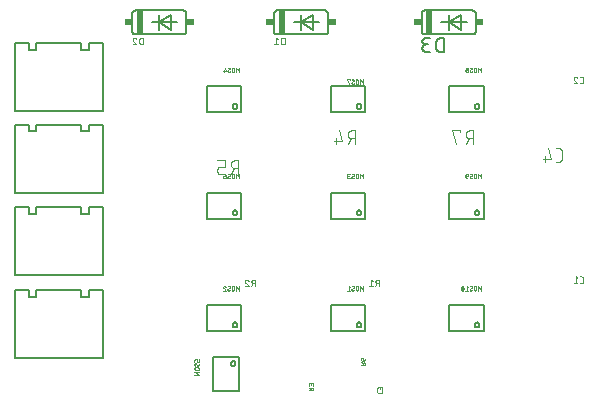
<source format=gbr>
G04 EAGLE Gerber RS-274X export*
G75*
%MOMM*%
%FSLAX34Y34*%
%LPD*%
%INSilkscreen Bottom*%
%IPPOS*%
%AMOC8*
5,1,8,0,0,1.08239X$1,22.5*%
G01*
%ADD10C,0.127000*%
%ADD11C,0.152400*%
%ADD12R,0.508000X2.032000*%
%ADD13R,0.635000X0.508000*%
%ADD14C,0.050800*%
%ADD15C,0.025400*%
%ADD16C,0.101600*%


D10*
X77200Y307200D02*
X65400Y307200D01*
X2800Y307200D02*
X2800Y249700D01*
X77200Y249700D01*
X77200Y307200D01*
X65400Y307200D02*
X65400Y301480D01*
X59050Y301480D01*
X59050Y307200D01*
X20950Y307200D02*
X20950Y301480D01*
X14600Y301480D01*
X14600Y307200D01*
X2800Y307200D01*
X20950Y307200D02*
X59050Y307200D01*
D11*
X238650Y325000D02*
X245000Y325000D01*
X255160Y318650D02*
X255160Y331350D01*
X245000Y325000D01*
X260240Y325000D01*
X255160Y318650D02*
X245000Y325000D01*
X245000Y318650D01*
X245000Y325000D02*
X245000Y331350D01*
X265320Y314840D02*
X265420Y314842D01*
X265519Y314848D01*
X265619Y314858D01*
X265717Y314871D01*
X265816Y314889D01*
X265913Y314910D01*
X266009Y314935D01*
X266105Y314964D01*
X266199Y314997D01*
X266292Y315033D01*
X266383Y315073D01*
X266473Y315117D01*
X266561Y315164D01*
X266647Y315214D01*
X266731Y315268D01*
X266813Y315325D01*
X266892Y315385D01*
X266970Y315449D01*
X267044Y315515D01*
X267116Y315584D01*
X267185Y315656D01*
X267251Y315730D01*
X267315Y315808D01*
X267375Y315887D01*
X267432Y315969D01*
X267486Y316053D01*
X267536Y316139D01*
X267583Y316227D01*
X267627Y316317D01*
X267667Y316408D01*
X267703Y316501D01*
X267736Y316595D01*
X267765Y316691D01*
X267790Y316787D01*
X267811Y316884D01*
X267829Y316983D01*
X267842Y317081D01*
X267852Y317181D01*
X267858Y317280D01*
X267860Y317380D01*
X267860Y332620D01*
X267858Y332720D01*
X267852Y332819D01*
X267842Y332919D01*
X267829Y333017D01*
X267811Y333116D01*
X267790Y333213D01*
X267765Y333309D01*
X267736Y333405D01*
X267703Y333499D01*
X267667Y333592D01*
X267627Y333683D01*
X267583Y333773D01*
X267536Y333861D01*
X267486Y333947D01*
X267432Y334031D01*
X267375Y334113D01*
X267315Y334192D01*
X267251Y334270D01*
X267185Y334344D01*
X267116Y334416D01*
X267044Y334485D01*
X266970Y334551D01*
X266892Y334615D01*
X266813Y334675D01*
X266731Y334732D01*
X266647Y334786D01*
X266561Y334836D01*
X266473Y334883D01*
X266383Y334927D01*
X266292Y334967D01*
X266199Y335003D01*
X266105Y335036D01*
X266009Y335065D01*
X265913Y335090D01*
X265816Y335111D01*
X265717Y335129D01*
X265619Y335142D01*
X265519Y335152D01*
X265420Y335158D01*
X265320Y335160D01*
X224680Y314840D02*
X224580Y314842D01*
X224481Y314848D01*
X224381Y314858D01*
X224283Y314871D01*
X224184Y314889D01*
X224087Y314910D01*
X223991Y314935D01*
X223895Y314964D01*
X223801Y314997D01*
X223708Y315033D01*
X223617Y315073D01*
X223527Y315117D01*
X223439Y315164D01*
X223353Y315214D01*
X223269Y315268D01*
X223187Y315325D01*
X223108Y315385D01*
X223030Y315449D01*
X222956Y315515D01*
X222884Y315584D01*
X222815Y315656D01*
X222749Y315730D01*
X222685Y315808D01*
X222625Y315887D01*
X222568Y315969D01*
X222514Y316053D01*
X222464Y316139D01*
X222417Y316227D01*
X222373Y316317D01*
X222333Y316408D01*
X222297Y316501D01*
X222264Y316595D01*
X222235Y316691D01*
X222210Y316787D01*
X222189Y316884D01*
X222171Y316983D01*
X222158Y317081D01*
X222148Y317181D01*
X222142Y317280D01*
X222140Y317380D01*
X222140Y332620D02*
X222142Y332720D01*
X222148Y332819D01*
X222158Y332919D01*
X222171Y333017D01*
X222189Y333116D01*
X222210Y333213D01*
X222235Y333309D01*
X222264Y333405D01*
X222297Y333499D01*
X222333Y333592D01*
X222373Y333683D01*
X222417Y333773D01*
X222464Y333861D01*
X222514Y333947D01*
X222568Y334031D01*
X222625Y334113D01*
X222685Y334192D01*
X222749Y334270D01*
X222815Y334344D01*
X222884Y334416D01*
X222956Y334485D01*
X223030Y334551D01*
X223108Y334615D01*
X223187Y334675D01*
X223269Y334732D01*
X223353Y334786D01*
X223439Y334836D01*
X223527Y334883D01*
X223617Y334927D01*
X223708Y334967D01*
X223801Y335003D01*
X223895Y335036D01*
X223991Y335065D01*
X224087Y335090D01*
X224184Y335111D01*
X224283Y335129D01*
X224381Y335142D01*
X224481Y335152D01*
X224580Y335158D01*
X224680Y335160D01*
X265320Y335160D01*
X222140Y332620D02*
X222140Y317380D01*
X224680Y314840D02*
X265320Y314840D01*
D12*
X228490Y325000D03*
D13*
X271035Y325000D03*
X218965Y325000D03*
D14*
X231168Y312046D02*
X231168Y306458D01*
X231168Y312046D02*
X229615Y312046D01*
X229539Y312044D01*
X229463Y312039D01*
X229387Y312029D01*
X229312Y312016D01*
X229238Y311999D01*
X229164Y311979D01*
X229092Y311955D01*
X229021Y311928D01*
X228951Y311897D01*
X228883Y311863D01*
X228817Y311825D01*
X228753Y311784D01*
X228690Y311741D01*
X228630Y311694D01*
X228573Y311644D01*
X228518Y311591D01*
X228465Y311536D01*
X228415Y311479D01*
X228368Y311419D01*
X228325Y311356D01*
X228284Y311292D01*
X228246Y311226D01*
X228212Y311158D01*
X228181Y311088D01*
X228154Y311017D01*
X228130Y310945D01*
X228110Y310871D01*
X228093Y310797D01*
X228080Y310722D01*
X228070Y310646D01*
X228065Y310570D01*
X228063Y310494D01*
X228063Y308010D01*
X228065Y307934D01*
X228070Y307858D01*
X228080Y307782D01*
X228093Y307707D01*
X228110Y307633D01*
X228130Y307559D01*
X228154Y307487D01*
X228181Y307416D01*
X228212Y307346D01*
X228246Y307278D01*
X228284Y307212D01*
X228325Y307148D01*
X228368Y307085D01*
X228415Y307025D01*
X228465Y306968D01*
X228518Y306913D01*
X228573Y306860D01*
X228630Y306810D01*
X228690Y306763D01*
X228753Y306720D01*
X228817Y306679D01*
X228883Y306641D01*
X228951Y306607D01*
X229021Y306576D01*
X229092Y306549D01*
X229164Y306525D01*
X229238Y306505D01*
X229312Y306488D01*
X229387Y306475D01*
X229463Y306465D01*
X229539Y306460D01*
X229615Y306458D01*
X231168Y306458D01*
X225498Y310804D02*
X223946Y312046D01*
X223946Y306458D01*
X225498Y306458D02*
X222394Y306458D01*
D11*
X125000Y325000D02*
X118650Y325000D01*
X135160Y318650D02*
X135160Y331350D01*
X125000Y325000D01*
X140240Y325000D01*
X135160Y318650D02*
X125000Y325000D01*
X125000Y318650D01*
X125000Y325000D02*
X125000Y331350D01*
X145320Y314840D02*
X145420Y314842D01*
X145519Y314848D01*
X145619Y314858D01*
X145717Y314871D01*
X145816Y314889D01*
X145913Y314910D01*
X146009Y314935D01*
X146105Y314964D01*
X146199Y314997D01*
X146292Y315033D01*
X146383Y315073D01*
X146473Y315117D01*
X146561Y315164D01*
X146647Y315214D01*
X146731Y315268D01*
X146813Y315325D01*
X146892Y315385D01*
X146970Y315449D01*
X147044Y315515D01*
X147116Y315584D01*
X147185Y315656D01*
X147251Y315730D01*
X147315Y315808D01*
X147375Y315887D01*
X147432Y315969D01*
X147486Y316053D01*
X147536Y316139D01*
X147583Y316227D01*
X147627Y316317D01*
X147667Y316408D01*
X147703Y316501D01*
X147736Y316595D01*
X147765Y316691D01*
X147790Y316787D01*
X147811Y316884D01*
X147829Y316983D01*
X147842Y317081D01*
X147852Y317181D01*
X147858Y317280D01*
X147860Y317380D01*
X147860Y332620D01*
X147858Y332720D01*
X147852Y332819D01*
X147842Y332919D01*
X147829Y333017D01*
X147811Y333116D01*
X147790Y333213D01*
X147765Y333309D01*
X147736Y333405D01*
X147703Y333499D01*
X147667Y333592D01*
X147627Y333683D01*
X147583Y333773D01*
X147536Y333861D01*
X147486Y333947D01*
X147432Y334031D01*
X147375Y334113D01*
X147315Y334192D01*
X147251Y334270D01*
X147185Y334344D01*
X147116Y334416D01*
X147044Y334485D01*
X146970Y334551D01*
X146892Y334615D01*
X146813Y334675D01*
X146731Y334732D01*
X146647Y334786D01*
X146561Y334836D01*
X146473Y334883D01*
X146383Y334927D01*
X146292Y334967D01*
X146199Y335003D01*
X146105Y335036D01*
X146009Y335065D01*
X145913Y335090D01*
X145816Y335111D01*
X145717Y335129D01*
X145619Y335142D01*
X145519Y335152D01*
X145420Y335158D01*
X145320Y335160D01*
X104680Y314840D02*
X104580Y314842D01*
X104481Y314848D01*
X104381Y314858D01*
X104283Y314871D01*
X104184Y314889D01*
X104087Y314910D01*
X103991Y314935D01*
X103895Y314964D01*
X103801Y314997D01*
X103708Y315033D01*
X103617Y315073D01*
X103527Y315117D01*
X103439Y315164D01*
X103353Y315214D01*
X103269Y315268D01*
X103187Y315325D01*
X103108Y315385D01*
X103030Y315449D01*
X102956Y315515D01*
X102884Y315584D01*
X102815Y315656D01*
X102749Y315730D01*
X102685Y315808D01*
X102625Y315887D01*
X102568Y315969D01*
X102514Y316053D01*
X102464Y316139D01*
X102417Y316227D01*
X102373Y316317D01*
X102333Y316408D01*
X102297Y316501D01*
X102264Y316595D01*
X102235Y316691D01*
X102210Y316787D01*
X102189Y316884D01*
X102171Y316983D01*
X102158Y317081D01*
X102148Y317181D01*
X102142Y317280D01*
X102140Y317380D01*
X102140Y332620D02*
X102142Y332720D01*
X102148Y332819D01*
X102158Y332919D01*
X102171Y333017D01*
X102189Y333116D01*
X102210Y333213D01*
X102235Y333309D01*
X102264Y333405D01*
X102297Y333499D01*
X102333Y333592D01*
X102373Y333683D01*
X102417Y333773D01*
X102464Y333861D01*
X102514Y333947D01*
X102568Y334031D01*
X102625Y334113D01*
X102685Y334192D01*
X102749Y334270D01*
X102815Y334344D01*
X102884Y334416D01*
X102956Y334485D01*
X103030Y334551D01*
X103108Y334615D01*
X103187Y334675D01*
X103269Y334732D01*
X103353Y334786D01*
X103439Y334836D01*
X103527Y334883D01*
X103617Y334927D01*
X103708Y334967D01*
X103801Y335003D01*
X103895Y335036D01*
X103991Y335065D01*
X104087Y335090D01*
X104184Y335111D01*
X104283Y335129D01*
X104381Y335142D01*
X104481Y335152D01*
X104580Y335158D01*
X104680Y335160D01*
X145320Y335160D01*
X102140Y332620D02*
X102140Y317380D01*
X104680Y314840D02*
X145320Y314840D01*
D12*
X108490Y325000D03*
D13*
X151035Y325000D03*
X98965Y325000D03*
D14*
X111168Y312046D02*
X111168Y306458D01*
X111168Y312046D02*
X109615Y312046D01*
X109539Y312044D01*
X109463Y312039D01*
X109387Y312029D01*
X109312Y312016D01*
X109238Y311999D01*
X109164Y311979D01*
X109092Y311955D01*
X109021Y311928D01*
X108951Y311897D01*
X108883Y311863D01*
X108817Y311825D01*
X108753Y311784D01*
X108690Y311741D01*
X108630Y311694D01*
X108573Y311644D01*
X108518Y311591D01*
X108465Y311536D01*
X108415Y311479D01*
X108368Y311419D01*
X108325Y311356D01*
X108284Y311292D01*
X108246Y311226D01*
X108212Y311158D01*
X108181Y311088D01*
X108154Y311017D01*
X108130Y310945D01*
X108110Y310871D01*
X108093Y310797D01*
X108080Y310722D01*
X108070Y310646D01*
X108065Y310570D01*
X108063Y310494D01*
X108063Y308010D01*
X108065Y307934D01*
X108070Y307858D01*
X108080Y307782D01*
X108093Y307707D01*
X108110Y307633D01*
X108130Y307559D01*
X108154Y307487D01*
X108181Y307416D01*
X108212Y307346D01*
X108246Y307278D01*
X108284Y307212D01*
X108325Y307148D01*
X108368Y307085D01*
X108415Y307025D01*
X108465Y306968D01*
X108518Y306913D01*
X108573Y306860D01*
X108630Y306810D01*
X108690Y306763D01*
X108753Y306720D01*
X108817Y306679D01*
X108883Y306641D01*
X108951Y306607D01*
X109021Y306576D01*
X109092Y306549D01*
X109164Y306525D01*
X109238Y306505D01*
X109312Y306488D01*
X109387Y306475D01*
X109463Y306465D01*
X109539Y306460D01*
X109615Y306458D01*
X111168Y306458D01*
X103791Y312046D02*
X103718Y312044D01*
X103645Y312038D01*
X103572Y312029D01*
X103501Y312015D01*
X103429Y311998D01*
X103359Y311978D01*
X103290Y311953D01*
X103223Y311925D01*
X103157Y311894D01*
X103093Y311859D01*
X103030Y311821D01*
X102970Y311779D01*
X102912Y311735D01*
X102856Y311687D01*
X102803Y311637D01*
X102753Y311584D01*
X102705Y311528D01*
X102661Y311470D01*
X102619Y311410D01*
X102581Y311348D01*
X102546Y311283D01*
X102515Y311217D01*
X102487Y311150D01*
X102462Y311081D01*
X102442Y311011D01*
X102425Y310939D01*
X102411Y310868D01*
X102402Y310795D01*
X102396Y310722D01*
X102394Y310649D01*
X103791Y312046D02*
X103875Y312044D01*
X103958Y312038D01*
X104041Y312029D01*
X104123Y312015D01*
X104205Y311998D01*
X104286Y311976D01*
X104366Y311951D01*
X104444Y311923D01*
X104522Y311891D01*
X104597Y311855D01*
X104671Y311816D01*
X104743Y311773D01*
X104813Y311727D01*
X104880Y311678D01*
X104946Y311625D01*
X105008Y311570D01*
X105068Y311512D01*
X105126Y311451D01*
X105180Y311388D01*
X105232Y311322D01*
X105280Y311254D01*
X105325Y311183D01*
X105367Y311111D01*
X105405Y311036D01*
X105440Y310960D01*
X105471Y310883D01*
X105499Y310804D01*
X102860Y309563D02*
X102806Y309616D01*
X102755Y309673D01*
X102707Y309732D01*
X102662Y309793D01*
X102621Y309856D01*
X102582Y309922D01*
X102547Y309989D01*
X102515Y310058D01*
X102487Y310129D01*
X102463Y310200D01*
X102442Y310273D01*
X102425Y310347D01*
X102411Y310422D01*
X102402Y310497D01*
X102396Y310573D01*
X102394Y310649D01*
X102860Y309562D02*
X105498Y306458D01*
X102394Y306458D01*
D10*
X270500Y159000D02*
X299500Y159000D01*
X270500Y159000D02*
X270500Y181000D01*
X299500Y181000D01*
X299500Y159000D01*
X292000Y164000D02*
X292002Y164089D01*
X292008Y164178D01*
X292018Y164267D01*
X292032Y164355D01*
X292049Y164442D01*
X292071Y164528D01*
X292097Y164614D01*
X292126Y164698D01*
X292159Y164781D01*
X292195Y164862D01*
X292236Y164942D01*
X292279Y165019D01*
X292326Y165095D01*
X292377Y165168D01*
X292430Y165239D01*
X292487Y165308D01*
X292547Y165374D01*
X292610Y165438D01*
X292675Y165498D01*
X292743Y165556D01*
X292814Y165610D01*
X292887Y165661D01*
X292962Y165709D01*
X293039Y165754D01*
X293118Y165795D01*
X293199Y165832D01*
X293281Y165866D01*
X293365Y165897D01*
X293450Y165923D01*
X293536Y165946D01*
X293623Y165964D01*
X293711Y165979D01*
X293800Y165990D01*
X293889Y165997D01*
X293978Y166000D01*
X294067Y165999D01*
X294156Y165994D01*
X294244Y165985D01*
X294333Y165972D01*
X294420Y165955D01*
X294507Y165935D01*
X294593Y165910D01*
X294677Y165882D01*
X294760Y165850D01*
X294842Y165814D01*
X294922Y165775D01*
X295000Y165732D01*
X295076Y165686D01*
X295150Y165636D01*
X295222Y165583D01*
X295291Y165527D01*
X295358Y165468D01*
X295422Y165406D01*
X295483Y165342D01*
X295542Y165274D01*
X295597Y165204D01*
X295649Y165132D01*
X295698Y165057D01*
X295743Y164981D01*
X295785Y164902D01*
X295823Y164822D01*
X295858Y164740D01*
X295889Y164656D01*
X295917Y164571D01*
X295940Y164485D01*
X295960Y164398D01*
X295976Y164311D01*
X295988Y164222D01*
X295996Y164134D01*
X296000Y164045D01*
X296000Y163955D01*
X295996Y163866D01*
X295988Y163778D01*
X295976Y163689D01*
X295960Y163602D01*
X295940Y163515D01*
X295917Y163429D01*
X295889Y163344D01*
X295858Y163260D01*
X295823Y163178D01*
X295785Y163098D01*
X295743Y163019D01*
X295698Y162943D01*
X295649Y162868D01*
X295597Y162796D01*
X295542Y162726D01*
X295483Y162658D01*
X295422Y162594D01*
X295358Y162532D01*
X295291Y162473D01*
X295222Y162417D01*
X295150Y162364D01*
X295076Y162314D01*
X295000Y162268D01*
X294922Y162225D01*
X294842Y162186D01*
X294760Y162150D01*
X294677Y162118D01*
X294593Y162090D01*
X294507Y162065D01*
X294420Y162045D01*
X294333Y162028D01*
X294244Y162015D01*
X294156Y162006D01*
X294067Y162001D01*
X293978Y162000D01*
X293889Y162003D01*
X293800Y162010D01*
X293711Y162021D01*
X293623Y162036D01*
X293536Y162054D01*
X293450Y162077D01*
X293365Y162103D01*
X293281Y162134D01*
X293199Y162168D01*
X293118Y162205D01*
X293039Y162246D01*
X292962Y162291D01*
X292887Y162339D01*
X292814Y162390D01*
X292743Y162444D01*
X292675Y162502D01*
X292610Y162562D01*
X292547Y162626D01*
X292487Y162692D01*
X292430Y162761D01*
X292377Y162832D01*
X292326Y162905D01*
X292279Y162981D01*
X292236Y163058D01*
X292195Y163138D01*
X292159Y163219D01*
X292126Y163302D01*
X292097Y163386D01*
X292071Y163472D01*
X292049Y163558D01*
X292032Y163645D01*
X292018Y163733D01*
X292008Y163822D01*
X292002Y163911D01*
X292000Y164000D01*
D15*
X297573Y192987D02*
X297573Y196797D01*
X296303Y194680D01*
X295033Y196797D01*
X295033Y192987D01*
X293338Y194045D02*
X293338Y195739D01*
X293336Y195803D01*
X293330Y195867D01*
X293321Y195930D01*
X293307Y195992D01*
X293290Y196054D01*
X293269Y196114D01*
X293245Y196173D01*
X293217Y196231D01*
X293185Y196286D01*
X293151Y196340D01*
X293113Y196391D01*
X293072Y196441D01*
X293028Y196487D01*
X292982Y196531D01*
X292932Y196572D01*
X292881Y196610D01*
X292827Y196644D01*
X292772Y196676D01*
X292714Y196704D01*
X292655Y196728D01*
X292595Y196749D01*
X292533Y196766D01*
X292471Y196780D01*
X292408Y196789D01*
X292344Y196795D01*
X292280Y196797D01*
X292216Y196795D01*
X292152Y196789D01*
X292089Y196780D01*
X292027Y196766D01*
X291965Y196749D01*
X291905Y196728D01*
X291846Y196704D01*
X291788Y196676D01*
X291733Y196644D01*
X291679Y196610D01*
X291628Y196572D01*
X291578Y196531D01*
X291532Y196487D01*
X291488Y196441D01*
X291447Y196391D01*
X291409Y196340D01*
X291375Y196286D01*
X291343Y196231D01*
X291315Y196173D01*
X291291Y196114D01*
X291270Y196054D01*
X291253Y195992D01*
X291239Y195930D01*
X291230Y195867D01*
X291224Y195803D01*
X291222Y195739D01*
X291221Y195739D02*
X291221Y194045D01*
X291222Y194045D02*
X291224Y193981D01*
X291230Y193917D01*
X291239Y193854D01*
X291253Y193792D01*
X291270Y193730D01*
X291291Y193670D01*
X291315Y193611D01*
X291343Y193553D01*
X291375Y193498D01*
X291409Y193444D01*
X291447Y193393D01*
X291488Y193343D01*
X291532Y193297D01*
X291578Y193253D01*
X291628Y193212D01*
X291679Y193174D01*
X291733Y193140D01*
X291788Y193108D01*
X291846Y193080D01*
X291905Y193056D01*
X291965Y193035D01*
X292027Y193018D01*
X292089Y193004D01*
X292152Y192995D01*
X292216Y192989D01*
X292280Y192987D01*
X292344Y192989D01*
X292408Y192995D01*
X292471Y193004D01*
X292533Y193018D01*
X292595Y193035D01*
X292655Y193056D01*
X292714Y193080D01*
X292772Y193108D01*
X292827Y193140D01*
X292881Y193174D01*
X292932Y193212D01*
X292982Y193253D01*
X293028Y193297D01*
X293072Y193343D01*
X293113Y193393D01*
X293151Y193444D01*
X293185Y193498D01*
X293217Y193553D01*
X293245Y193611D01*
X293269Y193670D01*
X293290Y193730D01*
X293307Y193792D01*
X293321Y193854D01*
X293330Y193917D01*
X293336Y193981D01*
X293338Y194045D01*
X288532Y192987D02*
X288477Y192989D01*
X288421Y192994D01*
X288367Y193003D01*
X288313Y193016D01*
X288260Y193032D01*
X288208Y193051D01*
X288157Y193074D01*
X288109Y193100D01*
X288061Y193130D01*
X288016Y193162D01*
X287974Y193197D01*
X287933Y193235D01*
X287895Y193276D01*
X287860Y193318D01*
X287828Y193363D01*
X287798Y193411D01*
X287772Y193459D01*
X287749Y193510D01*
X287730Y193562D01*
X287714Y193615D01*
X287701Y193669D01*
X287692Y193723D01*
X287687Y193779D01*
X287685Y193834D01*
X288532Y192987D02*
X288615Y192989D01*
X288698Y192995D01*
X288780Y193004D01*
X288862Y193018D01*
X288944Y193035D01*
X289024Y193056D01*
X289103Y193081D01*
X289182Y193109D01*
X289258Y193141D01*
X289333Y193177D01*
X289407Y193215D01*
X289478Y193258D01*
X289548Y193303D01*
X289615Y193352D01*
X289680Y193404D01*
X289742Y193459D01*
X289802Y193516D01*
X289697Y195950D02*
X289695Y196005D01*
X289690Y196061D01*
X289681Y196115D01*
X289668Y196169D01*
X289652Y196222D01*
X289633Y196274D01*
X289610Y196325D01*
X289584Y196374D01*
X289554Y196421D01*
X289522Y196466D01*
X289487Y196508D01*
X289449Y196549D01*
X289408Y196587D01*
X289366Y196622D01*
X289321Y196654D01*
X289274Y196684D01*
X289225Y196710D01*
X289174Y196733D01*
X289122Y196752D01*
X289069Y196768D01*
X289015Y196781D01*
X288961Y196790D01*
X288905Y196795D01*
X288850Y196797D01*
X288850Y196798D02*
X288771Y196796D01*
X288693Y196790D01*
X288615Y196781D01*
X288538Y196767D01*
X288461Y196750D01*
X288385Y196728D01*
X288311Y196704D01*
X288237Y196675D01*
X288166Y196643D01*
X288096Y196607D01*
X288027Y196568D01*
X287961Y196526D01*
X287897Y196480D01*
X289274Y195209D02*
X289321Y195239D01*
X289366Y195272D01*
X289409Y195308D01*
X289449Y195346D01*
X289487Y195387D01*
X289522Y195430D01*
X289554Y195476D01*
X289584Y195523D01*
X289610Y195573D01*
X289633Y195624D01*
X289652Y195676D01*
X289668Y195729D01*
X289681Y195784D01*
X289690Y195839D01*
X289695Y195894D01*
X289697Y195950D01*
X288109Y194575D02*
X288062Y194545D01*
X288017Y194512D01*
X287974Y194476D01*
X287934Y194438D01*
X287896Y194397D01*
X287861Y194354D01*
X287829Y194308D01*
X287799Y194261D01*
X287773Y194211D01*
X287750Y194160D01*
X287731Y194108D01*
X287715Y194055D01*
X287702Y194000D01*
X287693Y193945D01*
X287688Y193890D01*
X287686Y193834D01*
X288109Y194575D02*
X289273Y195210D01*
X286267Y192987D02*
X285208Y192987D01*
X285144Y192989D01*
X285080Y192995D01*
X285017Y193004D01*
X284955Y193018D01*
X284893Y193035D01*
X284833Y193056D01*
X284774Y193080D01*
X284716Y193108D01*
X284661Y193140D01*
X284607Y193174D01*
X284556Y193212D01*
X284506Y193253D01*
X284460Y193297D01*
X284416Y193343D01*
X284375Y193393D01*
X284337Y193444D01*
X284303Y193498D01*
X284271Y193553D01*
X284243Y193611D01*
X284219Y193670D01*
X284198Y193730D01*
X284181Y193792D01*
X284167Y193854D01*
X284158Y193917D01*
X284152Y193981D01*
X284150Y194045D01*
X284152Y194109D01*
X284158Y194173D01*
X284167Y194236D01*
X284181Y194298D01*
X284198Y194360D01*
X284219Y194420D01*
X284243Y194479D01*
X284271Y194537D01*
X284303Y194592D01*
X284337Y194646D01*
X284375Y194697D01*
X284416Y194747D01*
X284460Y194793D01*
X284506Y194837D01*
X284556Y194878D01*
X284607Y194916D01*
X284661Y194950D01*
X284716Y194982D01*
X284774Y195010D01*
X284833Y195034D01*
X284893Y195055D01*
X284955Y195072D01*
X285017Y195086D01*
X285080Y195095D01*
X285144Y195101D01*
X285208Y195103D01*
X284997Y196797D02*
X286267Y196797D01*
X284997Y196797D02*
X284940Y196795D01*
X284884Y196789D01*
X284828Y196780D01*
X284773Y196767D01*
X284719Y196750D01*
X284666Y196730D01*
X284615Y196706D01*
X284565Y196679D01*
X284518Y196648D01*
X284472Y196615D01*
X284429Y196578D01*
X284388Y196539D01*
X284350Y196497D01*
X284315Y196452D01*
X284283Y196406D01*
X284254Y196357D01*
X284229Y196307D01*
X284207Y196254D01*
X284188Y196201D01*
X284173Y196146D01*
X284162Y196091D01*
X284154Y196035D01*
X284150Y195978D01*
X284150Y195922D01*
X284154Y195865D01*
X284162Y195809D01*
X284173Y195754D01*
X284188Y195699D01*
X284207Y195646D01*
X284229Y195593D01*
X284254Y195543D01*
X284283Y195494D01*
X284315Y195448D01*
X284350Y195403D01*
X284388Y195361D01*
X284429Y195322D01*
X284472Y195285D01*
X284518Y195252D01*
X284565Y195221D01*
X284615Y195194D01*
X284666Y195170D01*
X284719Y195150D01*
X284773Y195133D01*
X284828Y195120D01*
X284884Y195111D01*
X284940Y195105D01*
X284997Y195103D01*
X284997Y195104D02*
X285843Y195104D01*
D10*
X194500Y249000D02*
X165500Y249000D01*
X165500Y271000D01*
X194500Y271000D01*
X194500Y249000D01*
X187000Y254000D02*
X187002Y254089D01*
X187008Y254178D01*
X187018Y254267D01*
X187032Y254355D01*
X187049Y254442D01*
X187071Y254528D01*
X187097Y254614D01*
X187126Y254698D01*
X187159Y254781D01*
X187195Y254862D01*
X187236Y254942D01*
X187279Y255019D01*
X187326Y255095D01*
X187377Y255168D01*
X187430Y255239D01*
X187487Y255308D01*
X187547Y255374D01*
X187610Y255438D01*
X187675Y255498D01*
X187743Y255556D01*
X187814Y255610D01*
X187887Y255661D01*
X187962Y255709D01*
X188039Y255754D01*
X188118Y255795D01*
X188199Y255832D01*
X188281Y255866D01*
X188365Y255897D01*
X188450Y255923D01*
X188536Y255946D01*
X188623Y255964D01*
X188711Y255979D01*
X188800Y255990D01*
X188889Y255997D01*
X188978Y256000D01*
X189067Y255999D01*
X189156Y255994D01*
X189244Y255985D01*
X189333Y255972D01*
X189420Y255955D01*
X189507Y255935D01*
X189593Y255910D01*
X189677Y255882D01*
X189760Y255850D01*
X189842Y255814D01*
X189922Y255775D01*
X190000Y255732D01*
X190076Y255686D01*
X190150Y255636D01*
X190222Y255583D01*
X190291Y255527D01*
X190358Y255468D01*
X190422Y255406D01*
X190483Y255342D01*
X190542Y255274D01*
X190597Y255204D01*
X190649Y255132D01*
X190698Y255057D01*
X190743Y254981D01*
X190785Y254902D01*
X190823Y254822D01*
X190858Y254740D01*
X190889Y254656D01*
X190917Y254571D01*
X190940Y254485D01*
X190960Y254398D01*
X190976Y254311D01*
X190988Y254222D01*
X190996Y254134D01*
X191000Y254045D01*
X191000Y253955D01*
X190996Y253866D01*
X190988Y253778D01*
X190976Y253689D01*
X190960Y253602D01*
X190940Y253515D01*
X190917Y253429D01*
X190889Y253344D01*
X190858Y253260D01*
X190823Y253178D01*
X190785Y253098D01*
X190743Y253019D01*
X190698Y252943D01*
X190649Y252868D01*
X190597Y252796D01*
X190542Y252726D01*
X190483Y252658D01*
X190422Y252594D01*
X190358Y252532D01*
X190291Y252473D01*
X190222Y252417D01*
X190150Y252364D01*
X190076Y252314D01*
X190000Y252268D01*
X189922Y252225D01*
X189842Y252186D01*
X189760Y252150D01*
X189677Y252118D01*
X189593Y252090D01*
X189507Y252065D01*
X189420Y252045D01*
X189333Y252028D01*
X189244Y252015D01*
X189156Y252006D01*
X189067Y252001D01*
X188978Y252000D01*
X188889Y252003D01*
X188800Y252010D01*
X188711Y252021D01*
X188623Y252036D01*
X188536Y252054D01*
X188450Y252077D01*
X188365Y252103D01*
X188281Y252134D01*
X188199Y252168D01*
X188118Y252205D01*
X188039Y252246D01*
X187962Y252291D01*
X187887Y252339D01*
X187814Y252390D01*
X187743Y252444D01*
X187675Y252502D01*
X187610Y252562D01*
X187547Y252626D01*
X187487Y252692D01*
X187430Y252761D01*
X187377Y252832D01*
X187326Y252905D01*
X187279Y252981D01*
X187236Y253058D01*
X187195Y253138D01*
X187159Y253219D01*
X187126Y253302D01*
X187097Y253386D01*
X187071Y253472D01*
X187049Y253558D01*
X187032Y253645D01*
X187018Y253733D01*
X187008Y253822D01*
X187002Y253911D01*
X187000Y254000D01*
D15*
X192573Y282987D02*
X192573Y286797D01*
X191303Y284680D01*
X190033Y286797D01*
X190033Y282987D01*
X188338Y284045D02*
X188338Y285739D01*
X188336Y285803D01*
X188330Y285867D01*
X188321Y285930D01*
X188307Y285992D01*
X188290Y286054D01*
X188269Y286114D01*
X188245Y286173D01*
X188217Y286231D01*
X188185Y286286D01*
X188151Y286340D01*
X188113Y286391D01*
X188072Y286441D01*
X188028Y286487D01*
X187982Y286531D01*
X187932Y286572D01*
X187881Y286610D01*
X187827Y286644D01*
X187772Y286676D01*
X187714Y286704D01*
X187655Y286728D01*
X187595Y286749D01*
X187533Y286766D01*
X187471Y286780D01*
X187408Y286789D01*
X187344Y286795D01*
X187280Y286797D01*
X187216Y286795D01*
X187152Y286789D01*
X187089Y286780D01*
X187027Y286766D01*
X186965Y286749D01*
X186905Y286728D01*
X186846Y286704D01*
X186788Y286676D01*
X186733Y286644D01*
X186679Y286610D01*
X186628Y286572D01*
X186578Y286531D01*
X186532Y286487D01*
X186488Y286441D01*
X186447Y286391D01*
X186409Y286340D01*
X186375Y286286D01*
X186343Y286231D01*
X186315Y286173D01*
X186291Y286114D01*
X186270Y286054D01*
X186253Y285992D01*
X186239Y285930D01*
X186230Y285867D01*
X186224Y285803D01*
X186222Y285739D01*
X186221Y285739D02*
X186221Y284045D01*
X186222Y284045D02*
X186224Y283981D01*
X186230Y283917D01*
X186239Y283854D01*
X186253Y283792D01*
X186270Y283730D01*
X186291Y283670D01*
X186315Y283611D01*
X186343Y283553D01*
X186375Y283498D01*
X186409Y283444D01*
X186447Y283393D01*
X186488Y283343D01*
X186532Y283297D01*
X186578Y283253D01*
X186628Y283212D01*
X186679Y283174D01*
X186733Y283140D01*
X186788Y283108D01*
X186846Y283080D01*
X186905Y283056D01*
X186965Y283035D01*
X187027Y283018D01*
X187089Y283004D01*
X187152Y282995D01*
X187216Y282989D01*
X187280Y282987D01*
X187344Y282989D01*
X187408Y282995D01*
X187471Y283004D01*
X187533Y283018D01*
X187595Y283035D01*
X187655Y283056D01*
X187714Y283080D01*
X187772Y283108D01*
X187827Y283140D01*
X187881Y283174D01*
X187932Y283212D01*
X187982Y283253D01*
X188028Y283297D01*
X188072Y283343D01*
X188113Y283393D01*
X188151Y283444D01*
X188185Y283498D01*
X188217Y283553D01*
X188245Y283611D01*
X188269Y283670D01*
X188290Y283730D01*
X188307Y283792D01*
X188321Y283854D01*
X188330Y283917D01*
X188336Y283981D01*
X188338Y284045D01*
X183532Y282987D02*
X183477Y282989D01*
X183421Y282994D01*
X183367Y283003D01*
X183313Y283016D01*
X183260Y283032D01*
X183208Y283051D01*
X183157Y283074D01*
X183109Y283100D01*
X183061Y283130D01*
X183016Y283162D01*
X182974Y283197D01*
X182933Y283235D01*
X182895Y283276D01*
X182860Y283318D01*
X182828Y283363D01*
X182798Y283411D01*
X182772Y283459D01*
X182749Y283510D01*
X182730Y283562D01*
X182714Y283615D01*
X182701Y283669D01*
X182692Y283723D01*
X182687Y283779D01*
X182685Y283834D01*
X183532Y282987D02*
X183615Y282989D01*
X183698Y282995D01*
X183780Y283004D01*
X183862Y283018D01*
X183944Y283035D01*
X184024Y283056D01*
X184103Y283081D01*
X184182Y283109D01*
X184258Y283141D01*
X184333Y283177D01*
X184407Y283215D01*
X184478Y283258D01*
X184548Y283303D01*
X184615Y283352D01*
X184680Y283404D01*
X184742Y283459D01*
X184802Y283516D01*
X184697Y285950D02*
X184695Y286005D01*
X184690Y286061D01*
X184681Y286115D01*
X184668Y286169D01*
X184652Y286222D01*
X184633Y286274D01*
X184610Y286325D01*
X184584Y286374D01*
X184554Y286421D01*
X184522Y286466D01*
X184487Y286508D01*
X184449Y286549D01*
X184408Y286587D01*
X184366Y286622D01*
X184321Y286654D01*
X184274Y286684D01*
X184225Y286710D01*
X184174Y286733D01*
X184122Y286752D01*
X184069Y286768D01*
X184015Y286781D01*
X183961Y286790D01*
X183905Y286795D01*
X183850Y286797D01*
X183850Y286798D02*
X183771Y286796D01*
X183693Y286790D01*
X183615Y286781D01*
X183538Y286767D01*
X183461Y286750D01*
X183385Y286728D01*
X183311Y286704D01*
X183237Y286675D01*
X183166Y286643D01*
X183096Y286607D01*
X183027Y286568D01*
X182961Y286526D01*
X182897Y286480D01*
X184274Y285209D02*
X184321Y285239D01*
X184366Y285272D01*
X184409Y285308D01*
X184449Y285346D01*
X184487Y285387D01*
X184522Y285430D01*
X184554Y285476D01*
X184584Y285523D01*
X184610Y285573D01*
X184633Y285624D01*
X184652Y285676D01*
X184668Y285729D01*
X184681Y285784D01*
X184690Y285839D01*
X184695Y285894D01*
X184697Y285950D01*
X183109Y284575D02*
X183062Y284545D01*
X183017Y284512D01*
X182974Y284476D01*
X182934Y284438D01*
X182896Y284397D01*
X182861Y284354D01*
X182829Y284308D01*
X182799Y284261D01*
X182773Y284211D01*
X182750Y284160D01*
X182731Y284108D01*
X182715Y284055D01*
X182702Y284000D01*
X182693Y283945D01*
X182688Y283890D01*
X182686Y283834D01*
X183109Y284575D02*
X184273Y285210D01*
X181267Y283834D02*
X180420Y286797D01*
X181267Y283834D02*
X179150Y283834D01*
X179785Y284680D02*
X179785Y282987D01*
D10*
X192500Y41900D02*
X192500Y12900D01*
X170500Y12900D01*
X170500Y41900D01*
X192500Y41900D01*
X185500Y36400D02*
X185502Y36489D01*
X185508Y36578D01*
X185518Y36667D01*
X185532Y36755D01*
X185549Y36842D01*
X185571Y36928D01*
X185597Y37014D01*
X185626Y37098D01*
X185659Y37181D01*
X185695Y37262D01*
X185736Y37342D01*
X185779Y37419D01*
X185826Y37495D01*
X185877Y37568D01*
X185930Y37639D01*
X185987Y37708D01*
X186047Y37774D01*
X186110Y37838D01*
X186175Y37898D01*
X186243Y37956D01*
X186314Y38010D01*
X186387Y38061D01*
X186462Y38109D01*
X186539Y38154D01*
X186618Y38195D01*
X186699Y38232D01*
X186781Y38266D01*
X186865Y38297D01*
X186950Y38323D01*
X187036Y38346D01*
X187123Y38364D01*
X187211Y38379D01*
X187300Y38390D01*
X187389Y38397D01*
X187478Y38400D01*
X187567Y38399D01*
X187656Y38394D01*
X187744Y38385D01*
X187833Y38372D01*
X187920Y38355D01*
X188007Y38335D01*
X188093Y38310D01*
X188177Y38282D01*
X188260Y38250D01*
X188342Y38214D01*
X188422Y38175D01*
X188500Y38132D01*
X188576Y38086D01*
X188650Y38036D01*
X188722Y37983D01*
X188791Y37927D01*
X188858Y37868D01*
X188922Y37806D01*
X188983Y37742D01*
X189042Y37674D01*
X189097Y37604D01*
X189149Y37532D01*
X189198Y37457D01*
X189243Y37381D01*
X189285Y37302D01*
X189323Y37222D01*
X189358Y37140D01*
X189389Y37056D01*
X189417Y36971D01*
X189440Y36885D01*
X189460Y36798D01*
X189476Y36711D01*
X189488Y36622D01*
X189496Y36534D01*
X189500Y36445D01*
X189500Y36355D01*
X189496Y36266D01*
X189488Y36178D01*
X189476Y36089D01*
X189460Y36002D01*
X189440Y35915D01*
X189417Y35829D01*
X189389Y35744D01*
X189358Y35660D01*
X189323Y35578D01*
X189285Y35498D01*
X189243Y35419D01*
X189198Y35343D01*
X189149Y35268D01*
X189097Y35196D01*
X189042Y35126D01*
X188983Y35058D01*
X188922Y34994D01*
X188858Y34932D01*
X188791Y34873D01*
X188722Y34817D01*
X188650Y34764D01*
X188576Y34714D01*
X188500Y34668D01*
X188422Y34625D01*
X188342Y34586D01*
X188260Y34550D01*
X188177Y34518D01*
X188093Y34490D01*
X188007Y34465D01*
X187920Y34445D01*
X187833Y34428D01*
X187744Y34415D01*
X187656Y34406D01*
X187567Y34401D01*
X187478Y34400D01*
X187389Y34403D01*
X187300Y34410D01*
X187211Y34421D01*
X187123Y34436D01*
X187036Y34454D01*
X186950Y34477D01*
X186865Y34503D01*
X186781Y34534D01*
X186699Y34568D01*
X186618Y34605D01*
X186539Y34646D01*
X186462Y34691D01*
X186387Y34739D01*
X186314Y34790D01*
X186243Y34844D01*
X186175Y34902D01*
X186110Y34962D01*
X186047Y35026D01*
X185987Y35092D01*
X185930Y35161D01*
X185877Y35232D01*
X185826Y35305D01*
X185779Y35381D01*
X185736Y35458D01*
X185695Y35538D01*
X185659Y35619D01*
X185626Y35702D01*
X185597Y35786D01*
X185571Y35872D01*
X185549Y35958D01*
X185532Y36045D01*
X185518Y36133D01*
X185508Y36222D01*
X185502Y36311D01*
X185500Y36400D01*
D15*
X158513Y26550D02*
X154703Y26550D01*
X156396Y27820D02*
X158513Y26550D01*
X156396Y27820D02*
X158513Y29090D01*
X154703Y29090D01*
X155761Y30785D02*
X157455Y30785D01*
X157519Y30787D01*
X157583Y30793D01*
X157646Y30802D01*
X157708Y30816D01*
X157770Y30833D01*
X157830Y30854D01*
X157889Y30878D01*
X157947Y30906D01*
X158002Y30938D01*
X158056Y30972D01*
X158107Y31010D01*
X158157Y31051D01*
X158203Y31095D01*
X158247Y31141D01*
X158288Y31191D01*
X158326Y31242D01*
X158360Y31296D01*
X158392Y31351D01*
X158420Y31409D01*
X158444Y31468D01*
X158465Y31528D01*
X158482Y31590D01*
X158496Y31652D01*
X158505Y31715D01*
X158511Y31779D01*
X158513Y31843D01*
X158511Y31907D01*
X158505Y31971D01*
X158496Y32034D01*
X158482Y32096D01*
X158465Y32158D01*
X158444Y32218D01*
X158420Y32277D01*
X158392Y32335D01*
X158360Y32390D01*
X158326Y32444D01*
X158288Y32495D01*
X158247Y32545D01*
X158203Y32591D01*
X158157Y32635D01*
X158107Y32676D01*
X158056Y32714D01*
X158002Y32748D01*
X157947Y32780D01*
X157889Y32808D01*
X157830Y32832D01*
X157770Y32853D01*
X157708Y32870D01*
X157646Y32884D01*
X157583Y32893D01*
X157519Y32899D01*
X157455Y32901D01*
X157455Y32902D02*
X155761Y32902D01*
X155761Y32901D02*
X155697Y32899D01*
X155633Y32893D01*
X155570Y32884D01*
X155508Y32870D01*
X155446Y32853D01*
X155386Y32832D01*
X155327Y32808D01*
X155269Y32780D01*
X155214Y32748D01*
X155160Y32714D01*
X155109Y32676D01*
X155059Y32635D01*
X155013Y32591D01*
X154969Y32545D01*
X154928Y32495D01*
X154890Y32444D01*
X154856Y32390D01*
X154824Y32335D01*
X154796Y32277D01*
X154772Y32218D01*
X154751Y32158D01*
X154734Y32096D01*
X154720Y32034D01*
X154711Y31971D01*
X154705Y31907D01*
X154703Y31843D01*
X154705Y31779D01*
X154711Y31715D01*
X154720Y31652D01*
X154734Y31590D01*
X154751Y31528D01*
X154772Y31468D01*
X154796Y31409D01*
X154824Y31351D01*
X154856Y31296D01*
X154890Y31242D01*
X154928Y31191D01*
X154969Y31141D01*
X155013Y31095D01*
X155059Y31051D01*
X155109Y31010D01*
X155160Y30972D01*
X155214Y30938D01*
X155269Y30906D01*
X155327Y30878D01*
X155386Y30854D01*
X155446Y30833D01*
X155508Y30816D01*
X155570Y30802D01*
X155633Y30793D01*
X155697Y30787D01*
X155761Y30785D01*
X154703Y35591D02*
X154705Y35649D01*
X154711Y35706D01*
X154721Y35763D01*
X154734Y35820D01*
X154752Y35875D01*
X154773Y35928D01*
X154798Y35981D01*
X154826Y36031D01*
X154858Y36079D01*
X154893Y36126D01*
X154931Y36169D01*
X154972Y36210D01*
X155015Y36248D01*
X155062Y36283D01*
X155110Y36315D01*
X155160Y36343D01*
X155213Y36368D01*
X155266Y36389D01*
X155321Y36407D01*
X155378Y36420D01*
X155435Y36430D01*
X155492Y36436D01*
X155550Y36438D01*
X154703Y35591D02*
X154705Y35508D01*
X154711Y35425D01*
X154720Y35343D01*
X154734Y35261D01*
X154751Y35180D01*
X154772Y35099D01*
X154797Y35020D01*
X154825Y34942D01*
X154857Y34865D01*
X154892Y34790D01*
X154931Y34717D01*
X154974Y34645D01*
X155019Y34576D01*
X155068Y34509D01*
X155120Y34444D01*
X155174Y34381D01*
X155232Y34321D01*
X157666Y34426D02*
X157721Y34428D01*
X157777Y34433D01*
X157831Y34442D01*
X157885Y34455D01*
X157938Y34471D01*
X157990Y34490D01*
X158041Y34513D01*
X158090Y34539D01*
X158137Y34569D01*
X158182Y34601D01*
X158224Y34636D01*
X158265Y34674D01*
X158303Y34715D01*
X158338Y34757D01*
X158370Y34802D01*
X158400Y34850D01*
X158426Y34898D01*
X158449Y34949D01*
X158468Y35001D01*
X158484Y35054D01*
X158497Y35108D01*
X158506Y35162D01*
X158511Y35218D01*
X158513Y35273D01*
X158514Y35273D02*
X158512Y35352D01*
X158506Y35430D01*
X158497Y35508D01*
X158483Y35585D01*
X158466Y35662D01*
X158444Y35738D01*
X158420Y35812D01*
X158391Y35886D01*
X158359Y35957D01*
X158323Y36027D01*
X158284Y36096D01*
X158242Y36162D01*
X158196Y36226D01*
X156925Y34849D02*
X156955Y34802D01*
X156988Y34757D01*
X157024Y34714D01*
X157062Y34674D01*
X157103Y34636D01*
X157146Y34601D01*
X157192Y34569D01*
X157239Y34539D01*
X157289Y34513D01*
X157340Y34490D01*
X157392Y34471D01*
X157445Y34455D01*
X157500Y34442D01*
X157555Y34433D01*
X157610Y34428D01*
X157666Y34426D01*
X156291Y36014D02*
X156261Y36061D01*
X156228Y36106D01*
X156192Y36149D01*
X156154Y36189D01*
X156113Y36227D01*
X156070Y36262D01*
X156024Y36294D01*
X155977Y36324D01*
X155927Y36350D01*
X155876Y36373D01*
X155824Y36392D01*
X155771Y36408D01*
X155716Y36421D01*
X155661Y36430D01*
X155606Y36435D01*
X155550Y36437D01*
X156291Y36014D02*
X156926Y34850D01*
X154703Y37856D02*
X154703Y39126D01*
X154705Y39181D01*
X154710Y39237D01*
X154719Y39291D01*
X154732Y39345D01*
X154748Y39398D01*
X154767Y39450D01*
X154790Y39501D01*
X154816Y39550D01*
X154846Y39597D01*
X154878Y39642D01*
X154913Y39684D01*
X154951Y39725D01*
X154992Y39763D01*
X155034Y39798D01*
X155079Y39830D01*
X155127Y39860D01*
X155175Y39886D01*
X155226Y39909D01*
X155278Y39928D01*
X155331Y39944D01*
X155385Y39957D01*
X155439Y39966D01*
X155495Y39971D01*
X155550Y39973D01*
X155973Y39973D01*
X156028Y39971D01*
X156084Y39966D01*
X156138Y39957D01*
X156192Y39944D01*
X156245Y39928D01*
X156297Y39909D01*
X156348Y39886D01*
X156397Y39860D01*
X156444Y39830D01*
X156489Y39798D01*
X156531Y39763D01*
X156572Y39725D01*
X156610Y39684D01*
X156645Y39642D01*
X156677Y39597D01*
X156707Y39550D01*
X156733Y39501D01*
X156756Y39450D01*
X156775Y39398D01*
X156791Y39345D01*
X156804Y39291D01*
X156813Y39237D01*
X156818Y39181D01*
X156820Y39126D01*
X156820Y37856D01*
X158513Y37856D01*
X158513Y39973D01*
D10*
X165500Y159000D02*
X194500Y159000D01*
X165500Y159000D02*
X165500Y181000D01*
X194500Y181000D01*
X194500Y159000D01*
X187000Y164000D02*
X187002Y164089D01*
X187008Y164178D01*
X187018Y164267D01*
X187032Y164355D01*
X187049Y164442D01*
X187071Y164528D01*
X187097Y164614D01*
X187126Y164698D01*
X187159Y164781D01*
X187195Y164862D01*
X187236Y164942D01*
X187279Y165019D01*
X187326Y165095D01*
X187377Y165168D01*
X187430Y165239D01*
X187487Y165308D01*
X187547Y165374D01*
X187610Y165438D01*
X187675Y165498D01*
X187743Y165556D01*
X187814Y165610D01*
X187887Y165661D01*
X187962Y165709D01*
X188039Y165754D01*
X188118Y165795D01*
X188199Y165832D01*
X188281Y165866D01*
X188365Y165897D01*
X188450Y165923D01*
X188536Y165946D01*
X188623Y165964D01*
X188711Y165979D01*
X188800Y165990D01*
X188889Y165997D01*
X188978Y166000D01*
X189067Y165999D01*
X189156Y165994D01*
X189244Y165985D01*
X189333Y165972D01*
X189420Y165955D01*
X189507Y165935D01*
X189593Y165910D01*
X189677Y165882D01*
X189760Y165850D01*
X189842Y165814D01*
X189922Y165775D01*
X190000Y165732D01*
X190076Y165686D01*
X190150Y165636D01*
X190222Y165583D01*
X190291Y165527D01*
X190358Y165468D01*
X190422Y165406D01*
X190483Y165342D01*
X190542Y165274D01*
X190597Y165204D01*
X190649Y165132D01*
X190698Y165057D01*
X190743Y164981D01*
X190785Y164902D01*
X190823Y164822D01*
X190858Y164740D01*
X190889Y164656D01*
X190917Y164571D01*
X190940Y164485D01*
X190960Y164398D01*
X190976Y164311D01*
X190988Y164222D01*
X190996Y164134D01*
X191000Y164045D01*
X191000Y163955D01*
X190996Y163866D01*
X190988Y163778D01*
X190976Y163689D01*
X190960Y163602D01*
X190940Y163515D01*
X190917Y163429D01*
X190889Y163344D01*
X190858Y163260D01*
X190823Y163178D01*
X190785Y163098D01*
X190743Y163019D01*
X190698Y162943D01*
X190649Y162868D01*
X190597Y162796D01*
X190542Y162726D01*
X190483Y162658D01*
X190422Y162594D01*
X190358Y162532D01*
X190291Y162473D01*
X190222Y162417D01*
X190150Y162364D01*
X190076Y162314D01*
X190000Y162268D01*
X189922Y162225D01*
X189842Y162186D01*
X189760Y162150D01*
X189677Y162118D01*
X189593Y162090D01*
X189507Y162065D01*
X189420Y162045D01*
X189333Y162028D01*
X189244Y162015D01*
X189156Y162006D01*
X189067Y162001D01*
X188978Y162000D01*
X188889Y162003D01*
X188800Y162010D01*
X188711Y162021D01*
X188623Y162036D01*
X188536Y162054D01*
X188450Y162077D01*
X188365Y162103D01*
X188281Y162134D01*
X188199Y162168D01*
X188118Y162205D01*
X188039Y162246D01*
X187962Y162291D01*
X187887Y162339D01*
X187814Y162390D01*
X187743Y162444D01*
X187675Y162502D01*
X187610Y162562D01*
X187547Y162626D01*
X187487Y162692D01*
X187430Y162761D01*
X187377Y162832D01*
X187326Y162905D01*
X187279Y162981D01*
X187236Y163058D01*
X187195Y163138D01*
X187159Y163219D01*
X187126Y163302D01*
X187097Y163386D01*
X187071Y163472D01*
X187049Y163558D01*
X187032Y163645D01*
X187018Y163733D01*
X187008Y163822D01*
X187002Y163911D01*
X187000Y164000D01*
D15*
X192573Y192987D02*
X192573Y196797D01*
X191303Y194680D01*
X190033Y196797D01*
X190033Y192987D01*
X188338Y194045D02*
X188338Y195739D01*
X188336Y195803D01*
X188330Y195867D01*
X188321Y195930D01*
X188307Y195992D01*
X188290Y196054D01*
X188269Y196114D01*
X188245Y196173D01*
X188217Y196231D01*
X188185Y196286D01*
X188151Y196340D01*
X188113Y196391D01*
X188072Y196441D01*
X188028Y196487D01*
X187982Y196531D01*
X187932Y196572D01*
X187881Y196610D01*
X187827Y196644D01*
X187772Y196676D01*
X187714Y196704D01*
X187655Y196728D01*
X187595Y196749D01*
X187533Y196766D01*
X187471Y196780D01*
X187408Y196789D01*
X187344Y196795D01*
X187280Y196797D01*
X187216Y196795D01*
X187152Y196789D01*
X187089Y196780D01*
X187027Y196766D01*
X186965Y196749D01*
X186905Y196728D01*
X186846Y196704D01*
X186788Y196676D01*
X186733Y196644D01*
X186679Y196610D01*
X186628Y196572D01*
X186578Y196531D01*
X186532Y196487D01*
X186488Y196441D01*
X186447Y196391D01*
X186409Y196340D01*
X186375Y196286D01*
X186343Y196231D01*
X186315Y196173D01*
X186291Y196114D01*
X186270Y196054D01*
X186253Y195992D01*
X186239Y195930D01*
X186230Y195867D01*
X186224Y195803D01*
X186222Y195739D01*
X186221Y195739D02*
X186221Y194045D01*
X186222Y194045D02*
X186224Y193981D01*
X186230Y193917D01*
X186239Y193854D01*
X186253Y193792D01*
X186270Y193730D01*
X186291Y193670D01*
X186315Y193611D01*
X186343Y193553D01*
X186375Y193498D01*
X186409Y193444D01*
X186447Y193393D01*
X186488Y193343D01*
X186532Y193297D01*
X186578Y193253D01*
X186628Y193212D01*
X186679Y193174D01*
X186733Y193140D01*
X186788Y193108D01*
X186846Y193080D01*
X186905Y193056D01*
X186965Y193035D01*
X187027Y193018D01*
X187089Y193004D01*
X187152Y192995D01*
X187216Y192989D01*
X187280Y192987D01*
X187344Y192989D01*
X187408Y192995D01*
X187471Y193004D01*
X187533Y193018D01*
X187595Y193035D01*
X187655Y193056D01*
X187714Y193080D01*
X187772Y193108D01*
X187827Y193140D01*
X187881Y193174D01*
X187932Y193212D01*
X187982Y193253D01*
X188028Y193297D01*
X188072Y193343D01*
X188113Y193393D01*
X188151Y193444D01*
X188185Y193498D01*
X188217Y193553D01*
X188245Y193611D01*
X188269Y193670D01*
X188290Y193730D01*
X188307Y193792D01*
X188321Y193854D01*
X188330Y193917D01*
X188336Y193981D01*
X188338Y194045D01*
X183532Y192987D02*
X183477Y192989D01*
X183421Y192994D01*
X183367Y193003D01*
X183313Y193016D01*
X183260Y193032D01*
X183208Y193051D01*
X183157Y193074D01*
X183109Y193100D01*
X183061Y193130D01*
X183016Y193162D01*
X182974Y193197D01*
X182933Y193235D01*
X182895Y193276D01*
X182860Y193318D01*
X182828Y193363D01*
X182798Y193411D01*
X182772Y193459D01*
X182749Y193510D01*
X182730Y193562D01*
X182714Y193615D01*
X182701Y193669D01*
X182692Y193723D01*
X182687Y193779D01*
X182685Y193834D01*
X183532Y192987D02*
X183615Y192989D01*
X183698Y192995D01*
X183780Y193004D01*
X183862Y193018D01*
X183944Y193035D01*
X184024Y193056D01*
X184103Y193081D01*
X184182Y193109D01*
X184258Y193141D01*
X184333Y193177D01*
X184407Y193215D01*
X184478Y193258D01*
X184548Y193303D01*
X184615Y193352D01*
X184680Y193404D01*
X184742Y193459D01*
X184802Y193516D01*
X184697Y195950D02*
X184695Y196005D01*
X184690Y196061D01*
X184681Y196115D01*
X184668Y196169D01*
X184652Y196222D01*
X184633Y196274D01*
X184610Y196325D01*
X184584Y196374D01*
X184554Y196421D01*
X184522Y196466D01*
X184487Y196508D01*
X184449Y196549D01*
X184408Y196587D01*
X184366Y196622D01*
X184321Y196654D01*
X184274Y196684D01*
X184225Y196710D01*
X184174Y196733D01*
X184122Y196752D01*
X184069Y196768D01*
X184015Y196781D01*
X183961Y196790D01*
X183905Y196795D01*
X183850Y196797D01*
X183850Y196798D02*
X183771Y196796D01*
X183693Y196790D01*
X183615Y196781D01*
X183538Y196767D01*
X183461Y196750D01*
X183385Y196728D01*
X183311Y196704D01*
X183237Y196675D01*
X183166Y196643D01*
X183096Y196607D01*
X183027Y196568D01*
X182961Y196526D01*
X182897Y196480D01*
X184274Y195209D02*
X184321Y195239D01*
X184366Y195272D01*
X184409Y195308D01*
X184449Y195346D01*
X184487Y195387D01*
X184522Y195430D01*
X184554Y195476D01*
X184584Y195523D01*
X184610Y195573D01*
X184633Y195624D01*
X184652Y195676D01*
X184668Y195729D01*
X184681Y195784D01*
X184690Y195839D01*
X184695Y195894D01*
X184697Y195950D01*
X183109Y194575D02*
X183062Y194545D01*
X183017Y194512D01*
X182974Y194476D01*
X182934Y194438D01*
X182896Y194397D01*
X182861Y194354D01*
X182829Y194308D01*
X182799Y194261D01*
X182773Y194211D01*
X182750Y194160D01*
X182731Y194108D01*
X182715Y194055D01*
X182702Y194000D01*
X182693Y193945D01*
X182688Y193890D01*
X182686Y193834D01*
X183109Y194575D02*
X184273Y195210D01*
X181267Y195104D02*
X179997Y195104D01*
X179939Y195102D01*
X179882Y195096D01*
X179825Y195086D01*
X179768Y195073D01*
X179713Y195055D01*
X179660Y195034D01*
X179607Y195009D01*
X179557Y194981D01*
X179509Y194949D01*
X179462Y194914D01*
X179419Y194876D01*
X179378Y194835D01*
X179340Y194792D01*
X179305Y194745D01*
X179273Y194697D01*
X179245Y194647D01*
X179220Y194594D01*
X179199Y194541D01*
X179181Y194486D01*
X179168Y194429D01*
X179158Y194372D01*
X179152Y194315D01*
X179150Y194257D01*
X179150Y194045D01*
X179152Y193981D01*
X179158Y193917D01*
X179167Y193854D01*
X179181Y193792D01*
X179198Y193730D01*
X179219Y193670D01*
X179243Y193611D01*
X179271Y193553D01*
X179303Y193498D01*
X179337Y193444D01*
X179375Y193393D01*
X179416Y193343D01*
X179460Y193297D01*
X179506Y193253D01*
X179556Y193212D01*
X179607Y193174D01*
X179661Y193140D01*
X179716Y193108D01*
X179774Y193080D01*
X179833Y193056D01*
X179893Y193035D01*
X179955Y193018D01*
X180017Y193004D01*
X180080Y192995D01*
X180144Y192989D01*
X180208Y192987D01*
X180272Y192989D01*
X180336Y192995D01*
X180399Y193004D01*
X180461Y193018D01*
X180523Y193035D01*
X180583Y193056D01*
X180642Y193080D01*
X180700Y193108D01*
X180755Y193140D01*
X180809Y193174D01*
X180860Y193212D01*
X180910Y193253D01*
X180956Y193297D01*
X181000Y193343D01*
X181041Y193393D01*
X181079Y193444D01*
X181113Y193498D01*
X181145Y193553D01*
X181173Y193611D01*
X181197Y193670D01*
X181218Y193730D01*
X181235Y193792D01*
X181249Y193854D01*
X181258Y193917D01*
X181264Y193981D01*
X181266Y194045D01*
X181267Y194045D02*
X181267Y195104D01*
X181266Y195104D02*
X181264Y195185D01*
X181258Y195265D01*
X181249Y195345D01*
X181235Y195424D01*
X181218Y195503D01*
X181197Y195581D01*
X181173Y195658D01*
X181145Y195733D01*
X181113Y195807D01*
X181078Y195880D01*
X181039Y195951D01*
X180997Y196019D01*
X180952Y196086D01*
X180904Y196151D01*
X180852Y196213D01*
X180798Y196272D01*
X180741Y196329D01*
X180682Y196383D01*
X180620Y196435D01*
X180555Y196483D01*
X180488Y196528D01*
X180420Y196570D01*
X180349Y196609D01*
X180276Y196644D01*
X180202Y196676D01*
X180127Y196704D01*
X180050Y196728D01*
X179972Y196749D01*
X179893Y196766D01*
X179814Y196780D01*
X179734Y196789D01*
X179654Y196795D01*
X179573Y196797D01*
D10*
X270500Y249000D02*
X299500Y249000D01*
X270500Y249000D02*
X270500Y271000D01*
X299500Y271000D01*
X299500Y249000D01*
X292000Y254000D02*
X292002Y254089D01*
X292008Y254178D01*
X292018Y254267D01*
X292032Y254355D01*
X292049Y254442D01*
X292071Y254528D01*
X292097Y254614D01*
X292126Y254698D01*
X292159Y254781D01*
X292195Y254862D01*
X292236Y254942D01*
X292279Y255019D01*
X292326Y255095D01*
X292377Y255168D01*
X292430Y255239D01*
X292487Y255308D01*
X292547Y255374D01*
X292610Y255438D01*
X292675Y255498D01*
X292743Y255556D01*
X292814Y255610D01*
X292887Y255661D01*
X292962Y255709D01*
X293039Y255754D01*
X293118Y255795D01*
X293199Y255832D01*
X293281Y255866D01*
X293365Y255897D01*
X293450Y255923D01*
X293536Y255946D01*
X293623Y255964D01*
X293711Y255979D01*
X293800Y255990D01*
X293889Y255997D01*
X293978Y256000D01*
X294067Y255999D01*
X294156Y255994D01*
X294244Y255985D01*
X294333Y255972D01*
X294420Y255955D01*
X294507Y255935D01*
X294593Y255910D01*
X294677Y255882D01*
X294760Y255850D01*
X294842Y255814D01*
X294922Y255775D01*
X295000Y255732D01*
X295076Y255686D01*
X295150Y255636D01*
X295222Y255583D01*
X295291Y255527D01*
X295358Y255468D01*
X295422Y255406D01*
X295483Y255342D01*
X295542Y255274D01*
X295597Y255204D01*
X295649Y255132D01*
X295698Y255057D01*
X295743Y254981D01*
X295785Y254902D01*
X295823Y254822D01*
X295858Y254740D01*
X295889Y254656D01*
X295917Y254571D01*
X295940Y254485D01*
X295960Y254398D01*
X295976Y254311D01*
X295988Y254222D01*
X295996Y254134D01*
X296000Y254045D01*
X296000Y253955D01*
X295996Y253866D01*
X295988Y253778D01*
X295976Y253689D01*
X295960Y253602D01*
X295940Y253515D01*
X295917Y253429D01*
X295889Y253344D01*
X295858Y253260D01*
X295823Y253178D01*
X295785Y253098D01*
X295743Y253019D01*
X295698Y252943D01*
X295649Y252868D01*
X295597Y252796D01*
X295542Y252726D01*
X295483Y252658D01*
X295422Y252594D01*
X295358Y252532D01*
X295291Y252473D01*
X295222Y252417D01*
X295150Y252364D01*
X295076Y252314D01*
X295000Y252268D01*
X294922Y252225D01*
X294842Y252186D01*
X294760Y252150D01*
X294677Y252118D01*
X294593Y252090D01*
X294507Y252065D01*
X294420Y252045D01*
X294333Y252028D01*
X294244Y252015D01*
X294156Y252006D01*
X294067Y252001D01*
X293978Y252000D01*
X293889Y252003D01*
X293800Y252010D01*
X293711Y252021D01*
X293623Y252036D01*
X293536Y252054D01*
X293450Y252077D01*
X293365Y252103D01*
X293281Y252134D01*
X293199Y252168D01*
X293118Y252205D01*
X293039Y252246D01*
X292962Y252291D01*
X292887Y252339D01*
X292814Y252390D01*
X292743Y252444D01*
X292675Y252502D01*
X292610Y252562D01*
X292547Y252626D01*
X292487Y252692D01*
X292430Y252761D01*
X292377Y252832D01*
X292326Y252905D01*
X292279Y252981D01*
X292236Y253058D01*
X292195Y253138D01*
X292159Y253219D01*
X292126Y253302D01*
X292097Y253386D01*
X292071Y253472D01*
X292049Y253558D01*
X292032Y253645D01*
X292018Y253733D01*
X292008Y253822D01*
X292002Y253911D01*
X292000Y254000D01*
D15*
X297573Y272987D02*
X297573Y276797D01*
X296303Y274680D01*
X295033Y276797D01*
X295033Y272987D01*
X293338Y274045D02*
X293338Y275739D01*
X293336Y275803D01*
X293330Y275867D01*
X293321Y275930D01*
X293307Y275992D01*
X293290Y276054D01*
X293269Y276114D01*
X293245Y276173D01*
X293217Y276231D01*
X293185Y276286D01*
X293151Y276340D01*
X293113Y276391D01*
X293072Y276441D01*
X293028Y276487D01*
X292982Y276531D01*
X292932Y276572D01*
X292881Y276610D01*
X292827Y276644D01*
X292772Y276676D01*
X292714Y276704D01*
X292655Y276728D01*
X292595Y276749D01*
X292533Y276766D01*
X292471Y276780D01*
X292408Y276789D01*
X292344Y276795D01*
X292280Y276797D01*
X292216Y276795D01*
X292152Y276789D01*
X292089Y276780D01*
X292027Y276766D01*
X291965Y276749D01*
X291905Y276728D01*
X291846Y276704D01*
X291788Y276676D01*
X291733Y276644D01*
X291679Y276610D01*
X291628Y276572D01*
X291578Y276531D01*
X291532Y276487D01*
X291488Y276441D01*
X291447Y276391D01*
X291409Y276340D01*
X291375Y276286D01*
X291343Y276231D01*
X291315Y276173D01*
X291291Y276114D01*
X291270Y276054D01*
X291253Y275992D01*
X291239Y275930D01*
X291230Y275867D01*
X291224Y275803D01*
X291222Y275739D01*
X291221Y275739D02*
X291221Y274045D01*
X291222Y274045D02*
X291224Y273981D01*
X291230Y273917D01*
X291239Y273854D01*
X291253Y273792D01*
X291270Y273730D01*
X291291Y273670D01*
X291315Y273611D01*
X291343Y273553D01*
X291375Y273498D01*
X291409Y273444D01*
X291447Y273393D01*
X291488Y273343D01*
X291532Y273297D01*
X291578Y273253D01*
X291628Y273212D01*
X291679Y273174D01*
X291733Y273140D01*
X291788Y273108D01*
X291846Y273080D01*
X291905Y273056D01*
X291965Y273035D01*
X292027Y273018D01*
X292089Y273004D01*
X292152Y272995D01*
X292216Y272989D01*
X292280Y272987D01*
X292344Y272989D01*
X292408Y272995D01*
X292471Y273004D01*
X292533Y273018D01*
X292595Y273035D01*
X292655Y273056D01*
X292714Y273080D01*
X292772Y273108D01*
X292827Y273140D01*
X292881Y273174D01*
X292932Y273212D01*
X292982Y273253D01*
X293028Y273297D01*
X293072Y273343D01*
X293113Y273393D01*
X293151Y273444D01*
X293185Y273498D01*
X293217Y273553D01*
X293245Y273611D01*
X293269Y273670D01*
X293290Y273730D01*
X293307Y273792D01*
X293321Y273854D01*
X293330Y273917D01*
X293336Y273981D01*
X293338Y274045D01*
X288532Y272987D02*
X288477Y272989D01*
X288421Y272994D01*
X288367Y273003D01*
X288313Y273016D01*
X288260Y273032D01*
X288208Y273051D01*
X288157Y273074D01*
X288109Y273100D01*
X288061Y273130D01*
X288016Y273162D01*
X287974Y273197D01*
X287933Y273235D01*
X287895Y273276D01*
X287860Y273318D01*
X287828Y273363D01*
X287798Y273411D01*
X287772Y273459D01*
X287749Y273510D01*
X287730Y273562D01*
X287714Y273615D01*
X287701Y273669D01*
X287692Y273723D01*
X287687Y273779D01*
X287685Y273834D01*
X288532Y272987D02*
X288615Y272989D01*
X288698Y272995D01*
X288780Y273004D01*
X288862Y273018D01*
X288944Y273035D01*
X289024Y273056D01*
X289103Y273081D01*
X289182Y273109D01*
X289258Y273141D01*
X289333Y273177D01*
X289407Y273215D01*
X289478Y273258D01*
X289548Y273303D01*
X289615Y273352D01*
X289680Y273404D01*
X289742Y273459D01*
X289802Y273516D01*
X289697Y275950D02*
X289695Y276005D01*
X289690Y276061D01*
X289681Y276115D01*
X289668Y276169D01*
X289652Y276222D01*
X289633Y276274D01*
X289610Y276325D01*
X289584Y276374D01*
X289554Y276421D01*
X289522Y276466D01*
X289487Y276508D01*
X289449Y276549D01*
X289408Y276587D01*
X289366Y276622D01*
X289321Y276654D01*
X289274Y276684D01*
X289225Y276710D01*
X289174Y276733D01*
X289122Y276752D01*
X289069Y276768D01*
X289015Y276781D01*
X288961Y276790D01*
X288905Y276795D01*
X288850Y276797D01*
X288850Y276798D02*
X288771Y276796D01*
X288693Y276790D01*
X288615Y276781D01*
X288538Y276767D01*
X288461Y276750D01*
X288385Y276728D01*
X288311Y276704D01*
X288237Y276675D01*
X288166Y276643D01*
X288096Y276607D01*
X288027Y276568D01*
X287961Y276526D01*
X287897Y276480D01*
X289274Y275209D02*
X289321Y275239D01*
X289366Y275272D01*
X289409Y275308D01*
X289449Y275346D01*
X289487Y275387D01*
X289522Y275430D01*
X289554Y275476D01*
X289584Y275523D01*
X289610Y275573D01*
X289633Y275624D01*
X289652Y275676D01*
X289668Y275729D01*
X289681Y275784D01*
X289690Y275839D01*
X289695Y275894D01*
X289697Y275950D01*
X288109Y274575D02*
X288062Y274545D01*
X288017Y274512D01*
X287974Y274476D01*
X287934Y274438D01*
X287896Y274397D01*
X287861Y274354D01*
X287829Y274308D01*
X287799Y274261D01*
X287773Y274211D01*
X287750Y274160D01*
X287731Y274108D01*
X287715Y274055D01*
X287702Y274000D01*
X287693Y273945D01*
X287688Y273890D01*
X287686Y273834D01*
X288109Y274575D02*
X289273Y275210D01*
X286267Y276374D02*
X286267Y276797D01*
X284150Y276797D01*
X285208Y272987D01*
D14*
X481113Y273308D02*
X482355Y273308D01*
X482425Y273310D01*
X482494Y273316D01*
X482563Y273326D01*
X482631Y273339D01*
X482699Y273357D01*
X482765Y273378D01*
X482830Y273403D01*
X482894Y273431D01*
X482956Y273463D01*
X483016Y273498D01*
X483074Y273537D01*
X483129Y273579D01*
X483183Y273624D01*
X483233Y273672D01*
X483281Y273722D01*
X483326Y273776D01*
X483368Y273831D01*
X483407Y273889D01*
X483442Y273949D01*
X483474Y274011D01*
X483502Y274075D01*
X483527Y274140D01*
X483548Y274206D01*
X483566Y274274D01*
X483579Y274342D01*
X483589Y274411D01*
X483595Y274480D01*
X483597Y274550D01*
X483597Y277654D01*
X483595Y277724D01*
X483589Y277793D01*
X483579Y277862D01*
X483566Y277930D01*
X483548Y277998D01*
X483527Y278064D01*
X483502Y278129D01*
X483474Y278193D01*
X483442Y278255D01*
X483407Y278315D01*
X483368Y278373D01*
X483326Y278428D01*
X483281Y278482D01*
X483233Y278532D01*
X483183Y278580D01*
X483129Y278625D01*
X483074Y278667D01*
X483016Y278706D01*
X482956Y278741D01*
X482894Y278773D01*
X482830Y278801D01*
X482765Y278826D01*
X482699Y278847D01*
X482631Y278865D01*
X482563Y278878D01*
X482494Y278888D01*
X482425Y278894D01*
X482355Y278896D01*
X481113Y278896D01*
X477301Y278896D02*
X477228Y278894D01*
X477155Y278888D01*
X477082Y278879D01*
X477011Y278865D01*
X476939Y278848D01*
X476869Y278828D01*
X476800Y278803D01*
X476733Y278775D01*
X476667Y278744D01*
X476603Y278709D01*
X476540Y278671D01*
X476480Y278629D01*
X476422Y278585D01*
X476366Y278537D01*
X476313Y278487D01*
X476263Y278434D01*
X476215Y278378D01*
X476171Y278320D01*
X476129Y278260D01*
X476091Y278198D01*
X476056Y278133D01*
X476025Y278067D01*
X475997Y278000D01*
X475972Y277931D01*
X475952Y277861D01*
X475935Y277789D01*
X475921Y277718D01*
X475912Y277645D01*
X475906Y277572D01*
X475904Y277499D01*
X477301Y278896D02*
X477385Y278894D01*
X477468Y278888D01*
X477551Y278879D01*
X477633Y278865D01*
X477715Y278848D01*
X477796Y278826D01*
X477876Y278801D01*
X477954Y278773D01*
X478032Y278741D01*
X478107Y278705D01*
X478181Y278666D01*
X478253Y278623D01*
X478323Y278577D01*
X478390Y278528D01*
X478456Y278475D01*
X478518Y278420D01*
X478578Y278362D01*
X478636Y278301D01*
X478690Y278238D01*
X478742Y278172D01*
X478790Y278104D01*
X478835Y278033D01*
X478877Y277961D01*
X478915Y277886D01*
X478950Y277810D01*
X478981Y277733D01*
X479009Y277654D01*
X476370Y276413D02*
X476316Y276466D01*
X476265Y276523D01*
X476217Y276582D01*
X476172Y276643D01*
X476131Y276706D01*
X476092Y276772D01*
X476057Y276839D01*
X476025Y276908D01*
X475997Y276979D01*
X475973Y277050D01*
X475952Y277123D01*
X475935Y277197D01*
X475921Y277272D01*
X475912Y277347D01*
X475906Y277423D01*
X475904Y277499D01*
X476370Y276412D02*
X479008Y273308D01*
X475904Y273308D01*
X481113Y104308D02*
X482355Y104308D01*
X482425Y104310D01*
X482494Y104316D01*
X482563Y104326D01*
X482631Y104339D01*
X482699Y104357D01*
X482765Y104378D01*
X482830Y104403D01*
X482894Y104431D01*
X482956Y104463D01*
X483016Y104498D01*
X483074Y104537D01*
X483129Y104579D01*
X483183Y104624D01*
X483233Y104672D01*
X483281Y104722D01*
X483326Y104776D01*
X483368Y104831D01*
X483407Y104889D01*
X483442Y104949D01*
X483474Y105011D01*
X483502Y105075D01*
X483527Y105140D01*
X483548Y105206D01*
X483566Y105274D01*
X483579Y105342D01*
X483589Y105411D01*
X483595Y105480D01*
X483597Y105550D01*
X483597Y108654D01*
X483595Y108724D01*
X483589Y108793D01*
X483579Y108862D01*
X483566Y108930D01*
X483548Y108998D01*
X483527Y109064D01*
X483502Y109129D01*
X483474Y109193D01*
X483442Y109255D01*
X483407Y109315D01*
X483368Y109373D01*
X483326Y109428D01*
X483281Y109482D01*
X483233Y109532D01*
X483183Y109580D01*
X483129Y109625D01*
X483074Y109667D01*
X483016Y109706D01*
X482956Y109741D01*
X482894Y109773D01*
X482830Y109801D01*
X482765Y109826D01*
X482699Y109847D01*
X482631Y109865D01*
X482563Y109878D01*
X482494Y109888D01*
X482425Y109894D01*
X482355Y109896D01*
X481113Y109896D01*
X479008Y108654D02*
X477456Y109896D01*
X477456Y104308D01*
X479008Y104308D02*
X475904Y104308D01*
D15*
X309713Y12742D02*
X309713Y11896D01*
X309715Y11841D01*
X309720Y11785D01*
X309729Y11731D01*
X309742Y11677D01*
X309758Y11624D01*
X309777Y11572D01*
X309800Y11521D01*
X309826Y11473D01*
X309856Y11425D01*
X309888Y11380D01*
X309923Y11338D01*
X309961Y11297D01*
X310002Y11259D01*
X310044Y11224D01*
X310089Y11192D01*
X310137Y11162D01*
X310185Y11136D01*
X310236Y11113D01*
X310288Y11094D01*
X310341Y11078D01*
X310395Y11065D01*
X310449Y11056D01*
X310505Y11051D01*
X310560Y11049D01*
X312676Y11049D01*
X312734Y11051D01*
X312791Y11057D01*
X312848Y11067D01*
X312905Y11080D01*
X312960Y11098D01*
X313013Y11119D01*
X313066Y11144D01*
X313116Y11172D01*
X313164Y11204D01*
X313211Y11239D01*
X313254Y11277D01*
X313295Y11318D01*
X313333Y11361D01*
X313368Y11408D01*
X313400Y11456D01*
X313428Y11506D01*
X313453Y11559D01*
X313474Y11612D01*
X313492Y11667D01*
X313505Y11724D01*
X313515Y11781D01*
X313521Y11838D01*
X313523Y11896D01*
X313523Y12742D01*
X309713Y14106D02*
X309713Y15165D01*
X309715Y15229D01*
X309721Y15293D01*
X309730Y15356D01*
X309744Y15418D01*
X309761Y15480D01*
X309782Y15540D01*
X309806Y15599D01*
X309834Y15657D01*
X309866Y15712D01*
X309900Y15766D01*
X309938Y15817D01*
X309979Y15867D01*
X310023Y15913D01*
X310069Y15957D01*
X310119Y15998D01*
X310170Y16036D01*
X310224Y16070D01*
X310279Y16102D01*
X310337Y16130D01*
X310396Y16154D01*
X310456Y16175D01*
X310518Y16192D01*
X310580Y16206D01*
X310643Y16215D01*
X310707Y16221D01*
X310771Y16223D01*
X310835Y16221D01*
X310899Y16215D01*
X310962Y16206D01*
X311024Y16192D01*
X311086Y16175D01*
X311146Y16154D01*
X311205Y16130D01*
X311263Y16102D01*
X311318Y16070D01*
X311372Y16036D01*
X311423Y15998D01*
X311473Y15957D01*
X311519Y15913D01*
X311563Y15867D01*
X311604Y15817D01*
X311642Y15766D01*
X311676Y15712D01*
X311708Y15657D01*
X311736Y15599D01*
X311760Y15540D01*
X311781Y15480D01*
X311798Y15418D01*
X311812Y15356D01*
X311821Y15293D01*
X311827Y15229D01*
X311829Y15165D01*
X313523Y15376D02*
X313523Y14106D01*
X313523Y15376D02*
X313521Y15433D01*
X313515Y15489D01*
X313506Y15545D01*
X313493Y15600D01*
X313476Y15654D01*
X313456Y15707D01*
X313432Y15758D01*
X313405Y15808D01*
X313374Y15855D01*
X313341Y15901D01*
X313304Y15944D01*
X313265Y15985D01*
X313223Y16023D01*
X313178Y16058D01*
X313132Y16090D01*
X313083Y16119D01*
X313033Y16144D01*
X312980Y16166D01*
X312927Y16185D01*
X312872Y16200D01*
X312817Y16211D01*
X312761Y16219D01*
X312704Y16223D01*
X312648Y16223D01*
X312591Y16219D01*
X312535Y16211D01*
X312480Y16200D01*
X312425Y16185D01*
X312372Y16166D01*
X312319Y16144D01*
X312269Y16119D01*
X312220Y16090D01*
X312174Y16058D01*
X312129Y16023D01*
X312087Y15985D01*
X312048Y15944D01*
X312011Y15901D01*
X311978Y15855D01*
X311947Y15808D01*
X311920Y15758D01*
X311896Y15707D01*
X311876Y15654D01*
X311859Y15600D01*
X311846Y15545D01*
X311837Y15489D01*
X311831Y15433D01*
X311829Y15376D01*
X311830Y15376D02*
X311830Y14530D01*
D14*
X311096Y101604D02*
X311096Y107192D01*
X309544Y107192D01*
X309467Y107190D01*
X309389Y107184D01*
X309313Y107175D01*
X309236Y107161D01*
X309161Y107144D01*
X309087Y107123D01*
X309013Y107098D01*
X308941Y107070D01*
X308871Y107038D01*
X308802Y107003D01*
X308735Y106964D01*
X308670Y106922D01*
X308607Y106877D01*
X308546Y106829D01*
X308488Y106778D01*
X308433Y106724D01*
X308380Y106667D01*
X308331Y106608D01*
X308284Y106546D01*
X308240Y106482D01*
X308200Y106416D01*
X308163Y106348D01*
X308129Y106278D01*
X308099Y106207D01*
X308073Y106134D01*
X308050Y106060D01*
X308031Y105985D01*
X308016Y105910D01*
X308004Y105833D01*
X307996Y105756D01*
X307992Y105679D01*
X307992Y105601D01*
X307996Y105524D01*
X308004Y105447D01*
X308016Y105370D01*
X308031Y105295D01*
X308050Y105220D01*
X308073Y105146D01*
X308099Y105073D01*
X308129Y105002D01*
X308163Y104932D01*
X308200Y104864D01*
X308240Y104798D01*
X308284Y104734D01*
X308331Y104672D01*
X308380Y104613D01*
X308433Y104556D01*
X308488Y104502D01*
X308546Y104451D01*
X308607Y104403D01*
X308670Y104358D01*
X308735Y104316D01*
X308802Y104277D01*
X308871Y104242D01*
X308941Y104210D01*
X309013Y104182D01*
X309087Y104157D01*
X309161Y104136D01*
X309236Y104119D01*
X309313Y104105D01*
X309389Y104096D01*
X309467Y104090D01*
X309544Y104088D01*
X311096Y104088D01*
X309233Y104088D02*
X307992Y101604D01*
X305646Y105950D02*
X304094Y107192D01*
X304094Y101604D01*
X305646Y101604D02*
X302541Y101604D01*
X206096Y101604D02*
X206096Y107192D01*
X204544Y107192D01*
X204467Y107190D01*
X204389Y107184D01*
X204313Y107175D01*
X204236Y107161D01*
X204161Y107144D01*
X204087Y107123D01*
X204013Y107098D01*
X203941Y107070D01*
X203871Y107038D01*
X203802Y107003D01*
X203735Y106964D01*
X203670Y106922D01*
X203607Y106877D01*
X203546Y106829D01*
X203488Y106778D01*
X203433Y106724D01*
X203380Y106667D01*
X203331Y106608D01*
X203284Y106546D01*
X203240Y106482D01*
X203200Y106416D01*
X203163Y106348D01*
X203129Y106278D01*
X203099Y106207D01*
X203073Y106134D01*
X203050Y106060D01*
X203031Y105985D01*
X203016Y105910D01*
X203004Y105833D01*
X202996Y105756D01*
X202992Y105679D01*
X202992Y105601D01*
X202996Y105524D01*
X203004Y105447D01*
X203016Y105370D01*
X203031Y105295D01*
X203050Y105220D01*
X203073Y105146D01*
X203099Y105073D01*
X203129Y105002D01*
X203163Y104932D01*
X203200Y104864D01*
X203240Y104798D01*
X203284Y104734D01*
X203331Y104672D01*
X203380Y104613D01*
X203433Y104556D01*
X203488Y104502D01*
X203546Y104451D01*
X203607Y104403D01*
X203670Y104358D01*
X203735Y104316D01*
X203802Y104277D01*
X203871Y104242D01*
X203941Y104210D01*
X204013Y104182D01*
X204087Y104157D01*
X204161Y104136D01*
X204236Y104119D01*
X204313Y104105D01*
X204389Y104096D01*
X204467Y104090D01*
X204544Y104088D01*
X206096Y104088D01*
X204233Y104088D02*
X202992Y101604D01*
X197541Y105795D02*
X197543Y105868D01*
X197549Y105941D01*
X197558Y106014D01*
X197572Y106085D01*
X197589Y106157D01*
X197609Y106227D01*
X197634Y106296D01*
X197662Y106363D01*
X197693Y106429D01*
X197728Y106494D01*
X197766Y106556D01*
X197808Y106616D01*
X197852Y106674D01*
X197900Y106730D01*
X197950Y106783D01*
X198003Y106833D01*
X198059Y106881D01*
X198117Y106925D01*
X198177Y106967D01*
X198240Y107005D01*
X198304Y107040D01*
X198370Y107071D01*
X198437Y107099D01*
X198506Y107124D01*
X198576Y107144D01*
X198648Y107161D01*
X198719Y107175D01*
X198792Y107184D01*
X198865Y107190D01*
X198938Y107192D01*
X199022Y107190D01*
X199105Y107184D01*
X199188Y107175D01*
X199270Y107161D01*
X199352Y107144D01*
X199433Y107122D01*
X199513Y107097D01*
X199591Y107069D01*
X199669Y107037D01*
X199744Y107001D01*
X199818Y106962D01*
X199890Y106919D01*
X199960Y106873D01*
X200027Y106824D01*
X200093Y106771D01*
X200155Y106716D01*
X200215Y106658D01*
X200273Y106597D01*
X200327Y106534D01*
X200379Y106468D01*
X200427Y106400D01*
X200472Y106329D01*
X200514Y106257D01*
X200552Y106182D01*
X200587Y106106D01*
X200618Y106029D01*
X200646Y105950D01*
X198008Y104709D02*
X197954Y104762D01*
X197903Y104819D01*
X197855Y104878D01*
X197810Y104939D01*
X197769Y105002D01*
X197730Y105068D01*
X197695Y105135D01*
X197663Y105204D01*
X197635Y105275D01*
X197611Y105346D01*
X197590Y105419D01*
X197573Y105493D01*
X197559Y105568D01*
X197550Y105643D01*
X197544Y105719D01*
X197542Y105795D01*
X198007Y104708D02*
X200646Y101604D01*
X197541Y101604D01*
D15*
X251477Y13777D02*
X255287Y13777D01*
X255287Y14835D01*
X255285Y14899D01*
X255279Y14963D01*
X255270Y15026D01*
X255256Y15088D01*
X255239Y15150D01*
X255218Y15210D01*
X255194Y15269D01*
X255166Y15327D01*
X255134Y15382D01*
X255100Y15436D01*
X255062Y15487D01*
X255021Y15537D01*
X254977Y15583D01*
X254931Y15627D01*
X254881Y15668D01*
X254830Y15706D01*
X254776Y15740D01*
X254721Y15772D01*
X254663Y15800D01*
X254604Y15824D01*
X254544Y15845D01*
X254482Y15862D01*
X254420Y15876D01*
X254357Y15885D01*
X254293Y15891D01*
X254229Y15893D01*
X254165Y15891D01*
X254101Y15885D01*
X254038Y15876D01*
X253976Y15862D01*
X253914Y15845D01*
X253854Y15824D01*
X253795Y15800D01*
X253737Y15772D01*
X253682Y15740D01*
X253628Y15706D01*
X253577Y15668D01*
X253527Y15627D01*
X253481Y15583D01*
X253437Y15537D01*
X253396Y15487D01*
X253358Y15436D01*
X253324Y15382D01*
X253292Y15327D01*
X253264Y15269D01*
X253240Y15210D01*
X253219Y15150D01*
X253202Y15088D01*
X253188Y15026D01*
X253179Y14963D01*
X253173Y14899D01*
X253171Y14835D01*
X253170Y14835D02*
X253170Y13777D01*
X253170Y15047D02*
X251477Y15894D01*
X251477Y17414D02*
X251477Y18472D01*
X251479Y18536D01*
X251485Y18600D01*
X251494Y18663D01*
X251508Y18725D01*
X251525Y18787D01*
X251546Y18847D01*
X251570Y18906D01*
X251598Y18964D01*
X251630Y19019D01*
X251664Y19073D01*
X251702Y19124D01*
X251743Y19174D01*
X251787Y19220D01*
X251833Y19264D01*
X251883Y19305D01*
X251934Y19343D01*
X251988Y19377D01*
X252043Y19409D01*
X252101Y19437D01*
X252160Y19461D01*
X252220Y19482D01*
X252282Y19499D01*
X252344Y19513D01*
X252407Y19522D01*
X252471Y19528D01*
X252535Y19530D01*
X252599Y19528D01*
X252663Y19522D01*
X252726Y19513D01*
X252788Y19499D01*
X252850Y19482D01*
X252910Y19461D01*
X252969Y19437D01*
X253027Y19409D01*
X253082Y19377D01*
X253136Y19343D01*
X253187Y19305D01*
X253237Y19264D01*
X253283Y19220D01*
X253327Y19174D01*
X253368Y19124D01*
X253406Y19073D01*
X253440Y19019D01*
X253472Y18964D01*
X253500Y18906D01*
X253524Y18847D01*
X253545Y18787D01*
X253562Y18725D01*
X253576Y18663D01*
X253585Y18600D01*
X253591Y18536D01*
X253593Y18472D01*
X255287Y18684D02*
X255287Y17414D01*
X255287Y18684D02*
X255285Y18741D01*
X255279Y18797D01*
X255270Y18853D01*
X255257Y18908D01*
X255240Y18962D01*
X255220Y19015D01*
X255196Y19066D01*
X255169Y19116D01*
X255138Y19163D01*
X255105Y19209D01*
X255068Y19252D01*
X255029Y19293D01*
X254987Y19331D01*
X254942Y19366D01*
X254896Y19398D01*
X254847Y19427D01*
X254797Y19452D01*
X254744Y19474D01*
X254691Y19493D01*
X254636Y19508D01*
X254581Y19519D01*
X254525Y19527D01*
X254468Y19531D01*
X254412Y19531D01*
X254355Y19527D01*
X254299Y19519D01*
X254244Y19508D01*
X254189Y19493D01*
X254136Y19474D01*
X254083Y19452D01*
X254033Y19427D01*
X253984Y19398D01*
X253938Y19366D01*
X253893Y19331D01*
X253851Y19293D01*
X253812Y19252D01*
X253775Y19209D01*
X253742Y19163D01*
X253711Y19116D01*
X253684Y19066D01*
X253660Y19015D01*
X253640Y18962D01*
X253623Y18908D01*
X253610Y18853D01*
X253601Y18797D01*
X253595Y18741D01*
X253593Y18684D01*
X253594Y18684D02*
X253594Y17837D01*
X295713Y34970D02*
X299523Y34970D01*
X299523Y36028D01*
X299521Y36092D01*
X299515Y36156D01*
X299506Y36219D01*
X299492Y36281D01*
X299475Y36343D01*
X299454Y36403D01*
X299430Y36462D01*
X299402Y36520D01*
X299370Y36575D01*
X299336Y36629D01*
X299298Y36680D01*
X299257Y36730D01*
X299213Y36776D01*
X299167Y36820D01*
X299117Y36861D01*
X299066Y36899D01*
X299012Y36933D01*
X298957Y36965D01*
X298899Y36993D01*
X298840Y37017D01*
X298780Y37038D01*
X298718Y37055D01*
X298656Y37069D01*
X298593Y37078D01*
X298529Y37084D01*
X298465Y37086D01*
X298401Y37084D01*
X298337Y37078D01*
X298274Y37069D01*
X298212Y37055D01*
X298150Y37038D01*
X298090Y37017D01*
X298031Y36993D01*
X297973Y36965D01*
X297918Y36933D01*
X297864Y36899D01*
X297813Y36861D01*
X297763Y36820D01*
X297717Y36776D01*
X297673Y36730D01*
X297632Y36680D01*
X297594Y36629D01*
X297560Y36575D01*
X297528Y36520D01*
X297500Y36462D01*
X297476Y36403D01*
X297455Y36343D01*
X297438Y36281D01*
X297424Y36219D01*
X297415Y36156D01*
X297409Y36092D01*
X297407Y36028D01*
X297406Y36028D02*
X297406Y34970D01*
X297406Y36240D02*
X295713Y37086D01*
X297830Y38606D02*
X297830Y39876D01*
X297828Y39931D01*
X297823Y39987D01*
X297814Y40041D01*
X297801Y40095D01*
X297785Y40148D01*
X297766Y40200D01*
X297743Y40251D01*
X297717Y40300D01*
X297687Y40347D01*
X297655Y40392D01*
X297620Y40434D01*
X297582Y40475D01*
X297541Y40513D01*
X297499Y40548D01*
X297454Y40580D01*
X297407Y40610D01*
X297358Y40636D01*
X297307Y40659D01*
X297255Y40678D01*
X297202Y40694D01*
X297148Y40707D01*
X297094Y40716D01*
X297038Y40721D01*
X296983Y40723D01*
X296771Y40723D01*
X296707Y40721D01*
X296643Y40715D01*
X296580Y40706D01*
X296518Y40692D01*
X296456Y40675D01*
X296396Y40654D01*
X296337Y40630D01*
X296279Y40602D01*
X296224Y40570D01*
X296170Y40536D01*
X296119Y40498D01*
X296069Y40457D01*
X296023Y40413D01*
X295979Y40367D01*
X295938Y40317D01*
X295900Y40266D01*
X295866Y40212D01*
X295834Y40157D01*
X295806Y40099D01*
X295782Y40040D01*
X295761Y39980D01*
X295744Y39918D01*
X295730Y39856D01*
X295721Y39793D01*
X295715Y39729D01*
X295713Y39665D01*
X295715Y39601D01*
X295721Y39537D01*
X295730Y39474D01*
X295744Y39412D01*
X295761Y39350D01*
X295782Y39290D01*
X295806Y39231D01*
X295834Y39173D01*
X295866Y39118D01*
X295900Y39064D01*
X295938Y39013D01*
X295979Y38963D01*
X296023Y38917D01*
X296069Y38873D01*
X296119Y38832D01*
X296170Y38794D01*
X296224Y38760D01*
X296279Y38728D01*
X296337Y38700D01*
X296396Y38676D01*
X296456Y38655D01*
X296518Y38638D01*
X296580Y38624D01*
X296643Y38615D01*
X296707Y38609D01*
X296771Y38607D01*
X296771Y38606D02*
X297830Y38606D01*
X297830Y38607D02*
X297911Y38609D01*
X297991Y38615D01*
X298071Y38624D01*
X298150Y38638D01*
X298229Y38655D01*
X298307Y38676D01*
X298384Y38700D01*
X298459Y38728D01*
X298533Y38760D01*
X298606Y38795D01*
X298676Y38834D01*
X298745Y38876D01*
X298812Y38921D01*
X298877Y38969D01*
X298939Y39021D01*
X298998Y39075D01*
X299055Y39132D01*
X299109Y39191D01*
X299161Y39253D01*
X299209Y39318D01*
X299254Y39385D01*
X299296Y39453D01*
X299335Y39524D01*
X299370Y39597D01*
X299402Y39671D01*
X299430Y39746D01*
X299454Y39823D01*
X299475Y39901D01*
X299492Y39980D01*
X299506Y40059D01*
X299515Y40139D01*
X299521Y40219D01*
X299523Y40300D01*
D10*
X194500Y64000D02*
X165500Y64000D01*
X165500Y86000D01*
X194500Y86000D01*
X194500Y64000D01*
X187000Y69000D02*
X187002Y69089D01*
X187008Y69178D01*
X187018Y69267D01*
X187032Y69355D01*
X187049Y69442D01*
X187071Y69528D01*
X187097Y69614D01*
X187126Y69698D01*
X187159Y69781D01*
X187195Y69862D01*
X187236Y69942D01*
X187279Y70019D01*
X187326Y70095D01*
X187377Y70168D01*
X187430Y70239D01*
X187487Y70308D01*
X187547Y70374D01*
X187610Y70438D01*
X187675Y70498D01*
X187743Y70556D01*
X187814Y70610D01*
X187887Y70661D01*
X187962Y70709D01*
X188039Y70754D01*
X188118Y70795D01*
X188199Y70832D01*
X188281Y70866D01*
X188365Y70897D01*
X188450Y70923D01*
X188536Y70946D01*
X188623Y70964D01*
X188711Y70979D01*
X188800Y70990D01*
X188889Y70997D01*
X188978Y71000D01*
X189067Y70999D01*
X189156Y70994D01*
X189244Y70985D01*
X189333Y70972D01*
X189420Y70955D01*
X189507Y70935D01*
X189593Y70910D01*
X189677Y70882D01*
X189760Y70850D01*
X189842Y70814D01*
X189922Y70775D01*
X190000Y70732D01*
X190076Y70686D01*
X190150Y70636D01*
X190222Y70583D01*
X190291Y70527D01*
X190358Y70468D01*
X190422Y70406D01*
X190483Y70342D01*
X190542Y70274D01*
X190597Y70204D01*
X190649Y70132D01*
X190698Y70057D01*
X190743Y69981D01*
X190785Y69902D01*
X190823Y69822D01*
X190858Y69740D01*
X190889Y69656D01*
X190917Y69571D01*
X190940Y69485D01*
X190960Y69398D01*
X190976Y69311D01*
X190988Y69222D01*
X190996Y69134D01*
X191000Y69045D01*
X191000Y68955D01*
X190996Y68866D01*
X190988Y68778D01*
X190976Y68689D01*
X190960Y68602D01*
X190940Y68515D01*
X190917Y68429D01*
X190889Y68344D01*
X190858Y68260D01*
X190823Y68178D01*
X190785Y68098D01*
X190743Y68019D01*
X190698Y67943D01*
X190649Y67868D01*
X190597Y67796D01*
X190542Y67726D01*
X190483Y67658D01*
X190422Y67594D01*
X190358Y67532D01*
X190291Y67473D01*
X190222Y67417D01*
X190150Y67364D01*
X190076Y67314D01*
X190000Y67268D01*
X189922Y67225D01*
X189842Y67186D01*
X189760Y67150D01*
X189677Y67118D01*
X189593Y67090D01*
X189507Y67065D01*
X189420Y67045D01*
X189333Y67028D01*
X189244Y67015D01*
X189156Y67006D01*
X189067Y67001D01*
X188978Y67000D01*
X188889Y67003D01*
X188800Y67010D01*
X188711Y67021D01*
X188623Y67036D01*
X188536Y67054D01*
X188450Y67077D01*
X188365Y67103D01*
X188281Y67134D01*
X188199Y67168D01*
X188118Y67205D01*
X188039Y67246D01*
X187962Y67291D01*
X187887Y67339D01*
X187814Y67390D01*
X187743Y67444D01*
X187675Y67502D01*
X187610Y67562D01*
X187547Y67626D01*
X187487Y67692D01*
X187430Y67761D01*
X187377Y67832D01*
X187326Y67905D01*
X187279Y67981D01*
X187236Y68058D01*
X187195Y68138D01*
X187159Y68219D01*
X187126Y68302D01*
X187097Y68386D01*
X187071Y68472D01*
X187049Y68558D01*
X187032Y68645D01*
X187018Y68733D01*
X187008Y68822D01*
X187002Y68911D01*
X187000Y69000D01*
D15*
X192573Y97987D02*
X192573Y101797D01*
X191303Y99680D01*
X190033Y101797D01*
X190033Y97987D01*
X188338Y99045D02*
X188338Y100739D01*
X188336Y100803D01*
X188330Y100867D01*
X188321Y100930D01*
X188307Y100992D01*
X188290Y101054D01*
X188269Y101114D01*
X188245Y101173D01*
X188217Y101231D01*
X188185Y101286D01*
X188151Y101340D01*
X188113Y101391D01*
X188072Y101441D01*
X188028Y101487D01*
X187982Y101531D01*
X187932Y101572D01*
X187881Y101610D01*
X187827Y101644D01*
X187772Y101676D01*
X187714Y101704D01*
X187655Y101728D01*
X187595Y101749D01*
X187533Y101766D01*
X187471Y101780D01*
X187408Y101789D01*
X187344Y101795D01*
X187280Y101797D01*
X187216Y101795D01*
X187152Y101789D01*
X187089Y101780D01*
X187027Y101766D01*
X186965Y101749D01*
X186905Y101728D01*
X186846Y101704D01*
X186788Y101676D01*
X186733Y101644D01*
X186679Y101610D01*
X186628Y101572D01*
X186578Y101531D01*
X186532Y101487D01*
X186488Y101441D01*
X186447Y101391D01*
X186409Y101340D01*
X186375Y101286D01*
X186343Y101231D01*
X186315Y101173D01*
X186291Y101114D01*
X186270Y101054D01*
X186253Y100992D01*
X186239Y100930D01*
X186230Y100867D01*
X186224Y100803D01*
X186222Y100739D01*
X186221Y100739D02*
X186221Y99045D01*
X186222Y99045D02*
X186224Y98981D01*
X186230Y98917D01*
X186239Y98854D01*
X186253Y98792D01*
X186270Y98730D01*
X186291Y98670D01*
X186315Y98611D01*
X186343Y98553D01*
X186375Y98498D01*
X186409Y98444D01*
X186447Y98393D01*
X186488Y98343D01*
X186532Y98297D01*
X186578Y98253D01*
X186628Y98212D01*
X186679Y98174D01*
X186733Y98140D01*
X186788Y98108D01*
X186846Y98080D01*
X186905Y98056D01*
X186965Y98035D01*
X187027Y98018D01*
X187089Y98004D01*
X187152Y97995D01*
X187216Y97989D01*
X187280Y97987D01*
X187344Y97989D01*
X187408Y97995D01*
X187471Y98004D01*
X187533Y98018D01*
X187595Y98035D01*
X187655Y98056D01*
X187714Y98080D01*
X187772Y98108D01*
X187827Y98140D01*
X187881Y98174D01*
X187932Y98212D01*
X187982Y98253D01*
X188028Y98297D01*
X188072Y98343D01*
X188113Y98393D01*
X188151Y98444D01*
X188185Y98498D01*
X188217Y98553D01*
X188245Y98611D01*
X188269Y98670D01*
X188290Y98730D01*
X188307Y98792D01*
X188321Y98854D01*
X188330Y98917D01*
X188336Y98981D01*
X188338Y99045D01*
X183532Y97987D02*
X183477Y97989D01*
X183421Y97994D01*
X183367Y98003D01*
X183313Y98016D01*
X183260Y98032D01*
X183208Y98051D01*
X183157Y98074D01*
X183109Y98100D01*
X183061Y98130D01*
X183016Y98162D01*
X182974Y98197D01*
X182933Y98235D01*
X182895Y98276D01*
X182860Y98318D01*
X182828Y98363D01*
X182798Y98411D01*
X182772Y98459D01*
X182749Y98510D01*
X182730Y98562D01*
X182714Y98615D01*
X182701Y98669D01*
X182692Y98723D01*
X182687Y98779D01*
X182685Y98834D01*
X183532Y97987D02*
X183615Y97989D01*
X183698Y97995D01*
X183780Y98004D01*
X183862Y98018D01*
X183944Y98035D01*
X184024Y98056D01*
X184103Y98081D01*
X184182Y98109D01*
X184258Y98141D01*
X184333Y98177D01*
X184407Y98215D01*
X184478Y98258D01*
X184548Y98303D01*
X184615Y98352D01*
X184680Y98404D01*
X184742Y98459D01*
X184802Y98516D01*
X184697Y100950D02*
X184695Y101005D01*
X184690Y101061D01*
X184681Y101115D01*
X184668Y101169D01*
X184652Y101222D01*
X184633Y101274D01*
X184610Y101325D01*
X184584Y101374D01*
X184554Y101421D01*
X184522Y101466D01*
X184487Y101508D01*
X184449Y101549D01*
X184408Y101587D01*
X184366Y101622D01*
X184321Y101654D01*
X184274Y101684D01*
X184225Y101710D01*
X184174Y101733D01*
X184122Y101752D01*
X184069Y101768D01*
X184015Y101781D01*
X183961Y101790D01*
X183905Y101795D01*
X183850Y101797D01*
X183850Y101798D02*
X183771Y101796D01*
X183693Y101790D01*
X183615Y101781D01*
X183538Y101767D01*
X183461Y101750D01*
X183385Y101728D01*
X183311Y101704D01*
X183237Y101675D01*
X183166Y101643D01*
X183096Y101607D01*
X183027Y101568D01*
X182961Y101526D01*
X182897Y101480D01*
X184274Y100209D02*
X184321Y100239D01*
X184366Y100272D01*
X184409Y100308D01*
X184449Y100346D01*
X184487Y100387D01*
X184522Y100430D01*
X184554Y100476D01*
X184584Y100523D01*
X184610Y100573D01*
X184633Y100624D01*
X184652Y100676D01*
X184668Y100729D01*
X184681Y100784D01*
X184690Y100839D01*
X184695Y100894D01*
X184697Y100950D01*
X183109Y99575D02*
X183062Y99545D01*
X183017Y99512D01*
X182974Y99476D01*
X182934Y99438D01*
X182896Y99397D01*
X182861Y99354D01*
X182829Y99308D01*
X182799Y99261D01*
X182773Y99211D01*
X182750Y99160D01*
X182731Y99108D01*
X182715Y99055D01*
X182702Y99000D01*
X182693Y98945D01*
X182688Y98890D01*
X182686Y98834D01*
X183109Y99575D02*
X184273Y100210D01*
X180103Y101798D02*
X180043Y101796D01*
X179984Y101790D01*
X179924Y101781D01*
X179866Y101768D01*
X179809Y101751D01*
X179752Y101731D01*
X179697Y101707D01*
X179644Y101680D01*
X179592Y101650D01*
X179543Y101616D01*
X179496Y101579D01*
X179451Y101540D01*
X179408Y101497D01*
X179369Y101452D01*
X179332Y101405D01*
X179298Y101356D01*
X179268Y101304D01*
X179241Y101251D01*
X179217Y101196D01*
X179197Y101139D01*
X179180Y101082D01*
X179167Y101024D01*
X179158Y100964D01*
X179152Y100905D01*
X179150Y100845D01*
X180103Y101797D02*
X180170Y101795D01*
X180237Y101790D01*
X180303Y101781D01*
X180369Y101768D01*
X180433Y101752D01*
X180497Y101732D01*
X180560Y101708D01*
X180622Y101682D01*
X180681Y101652D01*
X180739Y101619D01*
X180796Y101582D01*
X180850Y101543D01*
X180902Y101501D01*
X180951Y101456D01*
X180998Y101408D01*
X181042Y101358D01*
X181084Y101305D01*
X181122Y101250D01*
X181158Y101194D01*
X181190Y101135D01*
X181219Y101075D01*
X181245Y101013D01*
X181267Y100950D01*
X179467Y100104D02*
X179426Y100146D01*
X179387Y100191D01*
X179350Y100237D01*
X179316Y100286D01*
X179285Y100336D01*
X179258Y100388D01*
X179233Y100442D01*
X179211Y100497D01*
X179192Y100553D01*
X179177Y100610D01*
X179165Y100668D01*
X179157Y100727D01*
X179152Y100786D01*
X179150Y100845D01*
X179468Y100104D02*
X181267Y97987D01*
X179150Y97987D01*
D16*
X192005Y196458D02*
X192005Y208142D01*
X188760Y208142D01*
X188647Y208140D01*
X188534Y208134D01*
X188421Y208124D01*
X188308Y208110D01*
X188196Y208093D01*
X188085Y208071D01*
X187975Y208046D01*
X187865Y208016D01*
X187757Y207983D01*
X187650Y207946D01*
X187544Y207906D01*
X187440Y207861D01*
X187337Y207813D01*
X187236Y207762D01*
X187137Y207707D01*
X187040Y207649D01*
X186945Y207587D01*
X186852Y207522D01*
X186762Y207454D01*
X186674Y207383D01*
X186588Y207308D01*
X186505Y207231D01*
X186425Y207151D01*
X186348Y207068D01*
X186273Y206982D01*
X186202Y206894D01*
X186134Y206804D01*
X186069Y206711D01*
X186007Y206616D01*
X185949Y206519D01*
X185894Y206420D01*
X185843Y206319D01*
X185795Y206216D01*
X185750Y206112D01*
X185710Y206006D01*
X185673Y205899D01*
X185640Y205791D01*
X185610Y205681D01*
X185585Y205571D01*
X185563Y205460D01*
X185546Y205348D01*
X185532Y205235D01*
X185522Y205122D01*
X185516Y205009D01*
X185514Y204896D01*
X185516Y204783D01*
X185522Y204670D01*
X185532Y204557D01*
X185546Y204444D01*
X185563Y204332D01*
X185585Y204221D01*
X185610Y204111D01*
X185640Y204001D01*
X185673Y203893D01*
X185710Y203786D01*
X185750Y203680D01*
X185795Y203576D01*
X185843Y203473D01*
X185894Y203372D01*
X185949Y203273D01*
X186007Y203176D01*
X186069Y203081D01*
X186134Y202988D01*
X186202Y202898D01*
X186273Y202810D01*
X186348Y202724D01*
X186425Y202641D01*
X186505Y202561D01*
X186588Y202484D01*
X186674Y202409D01*
X186762Y202338D01*
X186852Y202270D01*
X186945Y202205D01*
X187040Y202143D01*
X187137Y202085D01*
X187236Y202030D01*
X187337Y201979D01*
X187440Y201931D01*
X187544Y201886D01*
X187650Y201846D01*
X187757Y201809D01*
X187865Y201776D01*
X187975Y201746D01*
X188085Y201721D01*
X188196Y201699D01*
X188308Y201682D01*
X188421Y201668D01*
X188534Y201658D01*
X188647Y201652D01*
X188760Y201650D01*
X188760Y201651D02*
X192005Y201651D01*
X188111Y201651D02*
X185514Y196458D01*
X180649Y196458D02*
X176754Y196458D01*
X176655Y196460D01*
X176555Y196466D01*
X176456Y196475D01*
X176358Y196488D01*
X176260Y196505D01*
X176162Y196526D01*
X176066Y196551D01*
X175971Y196579D01*
X175877Y196611D01*
X175784Y196646D01*
X175692Y196685D01*
X175602Y196728D01*
X175514Y196773D01*
X175427Y196823D01*
X175343Y196875D01*
X175260Y196931D01*
X175180Y196989D01*
X175102Y197051D01*
X175027Y197116D01*
X174954Y197184D01*
X174884Y197254D01*
X174816Y197327D01*
X174751Y197402D01*
X174689Y197480D01*
X174631Y197560D01*
X174575Y197643D01*
X174523Y197727D01*
X174473Y197814D01*
X174428Y197902D01*
X174385Y197992D01*
X174346Y198084D01*
X174311Y198177D01*
X174279Y198271D01*
X174251Y198366D01*
X174226Y198462D01*
X174205Y198560D01*
X174188Y198658D01*
X174175Y198756D01*
X174166Y198855D01*
X174160Y198955D01*
X174158Y199054D01*
X174158Y200353D01*
X174160Y200452D01*
X174166Y200552D01*
X174175Y200651D01*
X174188Y200749D01*
X174205Y200847D01*
X174226Y200945D01*
X174251Y201041D01*
X174279Y201136D01*
X174311Y201230D01*
X174346Y201323D01*
X174385Y201415D01*
X174428Y201505D01*
X174473Y201593D01*
X174523Y201680D01*
X174575Y201764D01*
X174631Y201847D01*
X174689Y201927D01*
X174751Y202005D01*
X174816Y202080D01*
X174884Y202153D01*
X174954Y202223D01*
X175027Y202291D01*
X175102Y202356D01*
X175180Y202418D01*
X175260Y202476D01*
X175343Y202532D01*
X175427Y202584D01*
X175514Y202634D01*
X175602Y202679D01*
X175692Y202722D01*
X175784Y202761D01*
X175877Y202796D01*
X175971Y202828D01*
X176066Y202856D01*
X176162Y202881D01*
X176260Y202902D01*
X176358Y202919D01*
X176456Y202932D01*
X176555Y202941D01*
X176655Y202947D01*
X176754Y202949D01*
X180649Y202949D01*
X180649Y208142D01*
X174158Y208142D01*
D10*
X270500Y64000D02*
X299500Y64000D01*
X270500Y64000D02*
X270500Y86000D01*
X299500Y86000D01*
X299500Y64000D01*
X292000Y69000D02*
X292002Y69089D01*
X292008Y69178D01*
X292018Y69267D01*
X292032Y69355D01*
X292049Y69442D01*
X292071Y69528D01*
X292097Y69614D01*
X292126Y69698D01*
X292159Y69781D01*
X292195Y69862D01*
X292236Y69942D01*
X292279Y70019D01*
X292326Y70095D01*
X292377Y70168D01*
X292430Y70239D01*
X292487Y70308D01*
X292547Y70374D01*
X292610Y70438D01*
X292675Y70498D01*
X292743Y70556D01*
X292814Y70610D01*
X292887Y70661D01*
X292962Y70709D01*
X293039Y70754D01*
X293118Y70795D01*
X293199Y70832D01*
X293281Y70866D01*
X293365Y70897D01*
X293450Y70923D01*
X293536Y70946D01*
X293623Y70964D01*
X293711Y70979D01*
X293800Y70990D01*
X293889Y70997D01*
X293978Y71000D01*
X294067Y70999D01*
X294156Y70994D01*
X294244Y70985D01*
X294333Y70972D01*
X294420Y70955D01*
X294507Y70935D01*
X294593Y70910D01*
X294677Y70882D01*
X294760Y70850D01*
X294842Y70814D01*
X294922Y70775D01*
X295000Y70732D01*
X295076Y70686D01*
X295150Y70636D01*
X295222Y70583D01*
X295291Y70527D01*
X295358Y70468D01*
X295422Y70406D01*
X295483Y70342D01*
X295542Y70274D01*
X295597Y70204D01*
X295649Y70132D01*
X295698Y70057D01*
X295743Y69981D01*
X295785Y69902D01*
X295823Y69822D01*
X295858Y69740D01*
X295889Y69656D01*
X295917Y69571D01*
X295940Y69485D01*
X295960Y69398D01*
X295976Y69311D01*
X295988Y69222D01*
X295996Y69134D01*
X296000Y69045D01*
X296000Y68955D01*
X295996Y68866D01*
X295988Y68778D01*
X295976Y68689D01*
X295960Y68602D01*
X295940Y68515D01*
X295917Y68429D01*
X295889Y68344D01*
X295858Y68260D01*
X295823Y68178D01*
X295785Y68098D01*
X295743Y68019D01*
X295698Y67943D01*
X295649Y67868D01*
X295597Y67796D01*
X295542Y67726D01*
X295483Y67658D01*
X295422Y67594D01*
X295358Y67532D01*
X295291Y67473D01*
X295222Y67417D01*
X295150Y67364D01*
X295076Y67314D01*
X295000Y67268D01*
X294922Y67225D01*
X294842Y67186D01*
X294760Y67150D01*
X294677Y67118D01*
X294593Y67090D01*
X294507Y67065D01*
X294420Y67045D01*
X294333Y67028D01*
X294244Y67015D01*
X294156Y67006D01*
X294067Y67001D01*
X293978Y67000D01*
X293889Y67003D01*
X293800Y67010D01*
X293711Y67021D01*
X293623Y67036D01*
X293536Y67054D01*
X293450Y67077D01*
X293365Y67103D01*
X293281Y67134D01*
X293199Y67168D01*
X293118Y67205D01*
X293039Y67246D01*
X292962Y67291D01*
X292887Y67339D01*
X292814Y67390D01*
X292743Y67444D01*
X292675Y67502D01*
X292610Y67562D01*
X292547Y67626D01*
X292487Y67692D01*
X292430Y67761D01*
X292377Y67832D01*
X292326Y67905D01*
X292279Y67981D01*
X292236Y68058D01*
X292195Y68138D01*
X292159Y68219D01*
X292126Y68302D01*
X292097Y68386D01*
X292071Y68472D01*
X292049Y68558D01*
X292032Y68645D01*
X292018Y68733D01*
X292008Y68822D01*
X292002Y68911D01*
X292000Y69000D01*
D15*
X297573Y97987D02*
X297573Y101797D01*
X296303Y99680D01*
X295033Y101797D01*
X295033Y97987D01*
X293338Y99045D02*
X293338Y100739D01*
X293336Y100803D01*
X293330Y100867D01*
X293321Y100930D01*
X293307Y100992D01*
X293290Y101054D01*
X293269Y101114D01*
X293245Y101173D01*
X293217Y101231D01*
X293185Y101286D01*
X293151Y101340D01*
X293113Y101391D01*
X293072Y101441D01*
X293028Y101487D01*
X292982Y101531D01*
X292932Y101572D01*
X292881Y101610D01*
X292827Y101644D01*
X292772Y101676D01*
X292714Y101704D01*
X292655Y101728D01*
X292595Y101749D01*
X292533Y101766D01*
X292471Y101780D01*
X292408Y101789D01*
X292344Y101795D01*
X292280Y101797D01*
X292216Y101795D01*
X292152Y101789D01*
X292089Y101780D01*
X292027Y101766D01*
X291965Y101749D01*
X291905Y101728D01*
X291846Y101704D01*
X291788Y101676D01*
X291733Y101644D01*
X291679Y101610D01*
X291628Y101572D01*
X291578Y101531D01*
X291532Y101487D01*
X291488Y101441D01*
X291447Y101391D01*
X291409Y101340D01*
X291375Y101286D01*
X291343Y101231D01*
X291315Y101173D01*
X291291Y101114D01*
X291270Y101054D01*
X291253Y100992D01*
X291239Y100930D01*
X291230Y100867D01*
X291224Y100803D01*
X291222Y100739D01*
X291221Y100739D02*
X291221Y99045D01*
X291222Y99045D02*
X291224Y98981D01*
X291230Y98917D01*
X291239Y98854D01*
X291253Y98792D01*
X291270Y98730D01*
X291291Y98670D01*
X291315Y98611D01*
X291343Y98553D01*
X291375Y98498D01*
X291409Y98444D01*
X291447Y98393D01*
X291488Y98343D01*
X291532Y98297D01*
X291578Y98253D01*
X291628Y98212D01*
X291679Y98174D01*
X291733Y98140D01*
X291788Y98108D01*
X291846Y98080D01*
X291905Y98056D01*
X291965Y98035D01*
X292027Y98018D01*
X292089Y98004D01*
X292152Y97995D01*
X292216Y97989D01*
X292280Y97987D01*
X292344Y97989D01*
X292408Y97995D01*
X292471Y98004D01*
X292533Y98018D01*
X292595Y98035D01*
X292655Y98056D01*
X292714Y98080D01*
X292772Y98108D01*
X292827Y98140D01*
X292881Y98174D01*
X292932Y98212D01*
X292982Y98253D01*
X293028Y98297D01*
X293072Y98343D01*
X293113Y98393D01*
X293151Y98444D01*
X293185Y98498D01*
X293217Y98553D01*
X293245Y98611D01*
X293269Y98670D01*
X293290Y98730D01*
X293307Y98792D01*
X293321Y98854D01*
X293330Y98917D01*
X293336Y98981D01*
X293338Y99045D01*
X288532Y97987D02*
X288477Y97989D01*
X288421Y97994D01*
X288367Y98003D01*
X288313Y98016D01*
X288260Y98032D01*
X288208Y98051D01*
X288157Y98074D01*
X288109Y98100D01*
X288061Y98130D01*
X288016Y98162D01*
X287974Y98197D01*
X287933Y98235D01*
X287895Y98276D01*
X287860Y98318D01*
X287828Y98363D01*
X287798Y98411D01*
X287772Y98459D01*
X287749Y98510D01*
X287730Y98562D01*
X287714Y98615D01*
X287701Y98669D01*
X287692Y98723D01*
X287687Y98779D01*
X287685Y98834D01*
X288532Y97987D02*
X288615Y97989D01*
X288698Y97995D01*
X288780Y98004D01*
X288862Y98018D01*
X288944Y98035D01*
X289024Y98056D01*
X289103Y98081D01*
X289182Y98109D01*
X289258Y98141D01*
X289333Y98177D01*
X289407Y98215D01*
X289478Y98258D01*
X289548Y98303D01*
X289615Y98352D01*
X289680Y98404D01*
X289742Y98459D01*
X289802Y98516D01*
X289697Y100950D02*
X289695Y101005D01*
X289690Y101061D01*
X289681Y101115D01*
X289668Y101169D01*
X289652Y101222D01*
X289633Y101274D01*
X289610Y101325D01*
X289584Y101374D01*
X289554Y101421D01*
X289522Y101466D01*
X289487Y101508D01*
X289449Y101549D01*
X289408Y101587D01*
X289366Y101622D01*
X289321Y101654D01*
X289274Y101684D01*
X289225Y101710D01*
X289174Y101733D01*
X289122Y101752D01*
X289069Y101768D01*
X289015Y101781D01*
X288961Y101790D01*
X288905Y101795D01*
X288850Y101797D01*
X288850Y101798D02*
X288771Y101796D01*
X288693Y101790D01*
X288615Y101781D01*
X288538Y101767D01*
X288461Y101750D01*
X288385Y101728D01*
X288311Y101704D01*
X288237Y101675D01*
X288166Y101643D01*
X288096Y101607D01*
X288027Y101568D01*
X287961Y101526D01*
X287897Y101480D01*
X289274Y100209D02*
X289321Y100239D01*
X289366Y100272D01*
X289409Y100308D01*
X289449Y100346D01*
X289487Y100387D01*
X289522Y100430D01*
X289554Y100476D01*
X289584Y100523D01*
X289610Y100573D01*
X289633Y100624D01*
X289652Y100676D01*
X289668Y100729D01*
X289681Y100784D01*
X289690Y100839D01*
X289695Y100894D01*
X289697Y100950D01*
X288109Y99575D02*
X288062Y99545D01*
X288017Y99512D01*
X287974Y99476D01*
X287934Y99438D01*
X287896Y99397D01*
X287861Y99354D01*
X287829Y99308D01*
X287799Y99261D01*
X287773Y99211D01*
X287750Y99160D01*
X287731Y99108D01*
X287715Y99055D01*
X287702Y99000D01*
X287693Y98945D01*
X287688Y98890D01*
X287686Y98834D01*
X288109Y99575D02*
X289273Y100210D01*
X286267Y100950D02*
X285208Y101797D01*
X285208Y97987D01*
X284150Y97987D02*
X286267Y97987D01*
D16*
X290842Y221858D02*
X290842Y233542D01*
X287596Y233542D01*
X287483Y233540D01*
X287370Y233534D01*
X287257Y233524D01*
X287144Y233510D01*
X287032Y233493D01*
X286921Y233471D01*
X286811Y233446D01*
X286701Y233416D01*
X286593Y233383D01*
X286486Y233346D01*
X286380Y233306D01*
X286276Y233261D01*
X286173Y233213D01*
X286072Y233162D01*
X285973Y233107D01*
X285876Y233049D01*
X285781Y232987D01*
X285688Y232922D01*
X285598Y232854D01*
X285510Y232783D01*
X285424Y232708D01*
X285341Y232631D01*
X285261Y232551D01*
X285184Y232468D01*
X285109Y232382D01*
X285038Y232294D01*
X284970Y232204D01*
X284905Y232111D01*
X284843Y232016D01*
X284785Y231919D01*
X284730Y231820D01*
X284679Y231719D01*
X284631Y231616D01*
X284586Y231512D01*
X284546Y231406D01*
X284509Y231299D01*
X284476Y231191D01*
X284446Y231081D01*
X284421Y230971D01*
X284399Y230860D01*
X284382Y230748D01*
X284368Y230635D01*
X284358Y230522D01*
X284352Y230409D01*
X284350Y230296D01*
X284352Y230183D01*
X284358Y230070D01*
X284368Y229957D01*
X284382Y229844D01*
X284399Y229732D01*
X284421Y229621D01*
X284446Y229511D01*
X284476Y229401D01*
X284509Y229293D01*
X284546Y229186D01*
X284586Y229080D01*
X284631Y228976D01*
X284679Y228873D01*
X284730Y228772D01*
X284785Y228673D01*
X284843Y228576D01*
X284905Y228481D01*
X284970Y228388D01*
X285038Y228298D01*
X285109Y228210D01*
X285184Y228124D01*
X285261Y228041D01*
X285341Y227961D01*
X285424Y227884D01*
X285510Y227809D01*
X285598Y227738D01*
X285688Y227670D01*
X285781Y227605D01*
X285876Y227543D01*
X285973Y227485D01*
X286072Y227430D01*
X286173Y227379D01*
X286276Y227331D01*
X286380Y227286D01*
X286486Y227246D01*
X286593Y227209D01*
X286701Y227176D01*
X286811Y227146D01*
X286921Y227121D01*
X287032Y227099D01*
X287144Y227082D01*
X287257Y227068D01*
X287370Y227058D01*
X287483Y227052D01*
X287596Y227050D01*
X287596Y227051D02*
X290842Y227051D01*
X286947Y227051D02*
X284351Y221858D01*
X279486Y224454D02*
X276889Y233542D01*
X279486Y224454D02*
X272995Y224454D01*
X274942Y227051D02*
X274942Y221858D01*
D11*
X363650Y325000D02*
X370000Y325000D01*
X380160Y318650D02*
X380160Y331350D01*
X370000Y325000D01*
X385240Y325000D01*
X380160Y318650D02*
X370000Y325000D01*
X370000Y318650D01*
X370000Y325000D02*
X370000Y331350D01*
X390320Y314840D02*
X390420Y314842D01*
X390519Y314848D01*
X390619Y314858D01*
X390717Y314871D01*
X390816Y314889D01*
X390913Y314910D01*
X391009Y314935D01*
X391105Y314964D01*
X391199Y314997D01*
X391292Y315033D01*
X391383Y315073D01*
X391473Y315117D01*
X391561Y315164D01*
X391647Y315214D01*
X391731Y315268D01*
X391813Y315325D01*
X391892Y315385D01*
X391970Y315449D01*
X392044Y315515D01*
X392116Y315584D01*
X392185Y315656D01*
X392251Y315730D01*
X392315Y315808D01*
X392375Y315887D01*
X392432Y315969D01*
X392486Y316053D01*
X392536Y316139D01*
X392583Y316227D01*
X392627Y316317D01*
X392667Y316408D01*
X392703Y316501D01*
X392736Y316595D01*
X392765Y316691D01*
X392790Y316787D01*
X392811Y316884D01*
X392829Y316983D01*
X392842Y317081D01*
X392852Y317181D01*
X392858Y317280D01*
X392860Y317380D01*
X392860Y332620D01*
X392858Y332720D01*
X392852Y332819D01*
X392842Y332919D01*
X392829Y333017D01*
X392811Y333116D01*
X392790Y333213D01*
X392765Y333309D01*
X392736Y333405D01*
X392703Y333499D01*
X392667Y333592D01*
X392627Y333683D01*
X392583Y333773D01*
X392536Y333861D01*
X392486Y333947D01*
X392432Y334031D01*
X392375Y334113D01*
X392315Y334192D01*
X392251Y334270D01*
X392185Y334344D01*
X392116Y334416D01*
X392044Y334485D01*
X391970Y334551D01*
X391892Y334615D01*
X391813Y334675D01*
X391731Y334732D01*
X391647Y334786D01*
X391561Y334836D01*
X391473Y334883D01*
X391383Y334927D01*
X391292Y334967D01*
X391199Y335003D01*
X391105Y335036D01*
X391009Y335065D01*
X390913Y335090D01*
X390816Y335111D01*
X390717Y335129D01*
X390619Y335142D01*
X390519Y335152D01*
X390420Y335158D01*
X390320Y335160D01*
X349680Y314840D02*
X349580Y314842D01*
X349481Y314848D01*
X349381Y314858D01*
X349283Y314871D01*
X349184Y314889D01*
X349087Y314910D01*
X348991Y314935D01*
X348895Y314964D01*
X348801Y314997D01*
X348708Y315033D01*
X348617Y315073D01*
X348527Y315117D01*
X348439Y315164D01*
X348353Y315214D01*
X348269Y315268D01*
X348187Y315325D01*
X348108Y315385D01*
X348030Y315449D01*
X347956Y315515D01*
X347884Y315584D01*
X347815Y315656D01*
X347749Y315730D01*
X347685Y315808D01*
X347625Y315887D01*
X347568Y315969D01*
X347514Y316053D01*
X347464Y316139D01*
X347417Y316227D01*
X347373Y316317D01*
X347333Y316408D01*
X347297Y316501D01*
X347264Y316595D01*
X347235Y316691D01*
X347210Y316787D01*
X347189Y316884D01*
X347171Y316983D01*
X347158Y317081D01*
X347148Y317181D01*
X347142Y317280D01*
X347140Y317380D01*
X347140Y332620D02*
X347142Y332720D01*
X347148Y332819D01*
X347158Y332919D01*
X347171Y333017D01*
X347189Y333116D01*
X347210Y333213D01*
X347235Y333309D01*
X347264Y333405D01*
X347297Y333499D01*
X347333Y333592D01*
X347373Y333683D01*
X347417Y333773D01*
X347464Y333861D01*
X347514Y333947D01*
X347568Y334031D01*
X347625Y334113D01*
X347685Y334192D01*
X347749Y334270D01*
X347815Y334344D01*
X347884Y334416D01*
X347956Y334485D01*
X348030Y334551D01*
X348108Y334615D01*
X348187Y334675D01*
X348269Y334732D01*
X348353Y334786D01*
X348439Y334836D01*
X348527Y334883D01*
X348617Y334927D01*
X348708Y334967D01*
X348801Y335003D01*
X348895Y335036D01*
X348991Y335065D01*
X349087Y335090D01*
X349184Y335111D01*
X349283Y335129D01*
X349381Y335142D01*
X349481Y335152D01*
X349580Y335158D01*
X349680Y335160D01*
X390320Y335160D01*
X347140Y332620D02*
X347140Y317380D01*
X349680Y314840D02*
X390320Y314840D01*
D12*
X353490Y325000D03*
D13*
X396035Y325000D03*
X343965Y325000D03*
D10*
X365936Y311665D02*
X365936Y300235D01*
X365936Y311665D02*
X362761Y311665D01*
X362650Y311663D01*
X362540Y311657D01*
X362429Y311648D01*
X362319Y311634D01*
X362210Y311617D01*
X362101Y311596D01*
X361993Y311571D01*
X361886Y311542D01*
X361780Y311510D01*
X361675Y311474D01*
X361572Y311434D01*
X361470Y311391D01*
X361369Y311344D01*
X361270Y311293D01*
X361174Y311240D01*
X361079Y311183D01*
X360986Y311122D01*
X360895Y311059D01*
X360806Y310992D01*
X360720Y310922D01*
X360637Y310849D01*
X360555Y310774D01*
X360477Y310696D01*
X360402Y310614D01*
X360329Y310531D01*
X360259Y310445D01*
X360192Y310356D01*
X360129Y310265D01*
X360068Y310172D01*
X360011Y310078D01*
X359958Y309981D01*
X359907Y309882D01*
X359860Y309781D01*
X359817Y309679D01*
X359777Y309576D01*
X359741Y309471D01*
X359709Y309365D01*
X359680Y309258D01*
X359655Y309150D01*
X359634Y309041D01*
X359617Y308932D01*
X359603Y308822D01*
X359594Y308711D01*
X359588Y308601D01*
X359586Y308490D01*
X359586Y303410D01*
X359588Y303299D01*
X359594Y303189D01*
X359603Y303078D01*
X359617Y302968D01*
X359634Y302859D01*
X359655Y302750D01*
X359680Y302642D01*
X359709Y302535D01*
X359741Y302429D01*
X359777Y302324D01*
X359817Y302221D01*
X359860Y302119D01*
X359907Y302018D01*
X359958Y301919D01*
X360011Y301823D01*
X360068Y301728D01*
X360129Y301635D01*
X360192Y301544D01*
X360259Y301455D01*
X360329Y301369D01*
X360402Y301286D01*
X360477Y301204D01*
X360555Y301126D01*
X360637Y301051D01*
X360720Y300978D01*
X360806Y300908D01*
X360895Y300841D01*
X360986Y300778D01*
X361079Y300717D01*
X361174Y300660D01*
X361270Y300607D01*
X361369Y300556D01*
X361470Y300509D01*
X361572Y300466D01*
X361675Y300426D01*
X361780Y300390D01*
X361886Y300358D01*
X361993Y300329D01*
X362101Y300304D01*
X362210Y300283D01*
X362319Y300266D01*
X362429Y300252D01*
X362540Y300243D01*
X362650Y300237D01*
X362761Y300235D01*
X365936Y300235D01*
X354125Y300235D02*
X350950Y300235D01*
X350839Y300237D01*
X350729Y300243D01*
X350618Y300252D01*
X350508Y300266D01*
X350399Y300283D01*
X350290Y300304D01*
X350182Y300329D01*
X350075Y300358D01*
X349969Y300390D01*
X349864Y300426D01*
X349761Y300466D01*
X349659Y300509D01*
X349558Y300556D01*
X349459Y300607D01*
X349363Y300660D01*
X349268Y300717D01*
X349175Y300778D01*
X349084Y300841D01*
X348995Y300908D01*
X348909Y300978D01*
X348826Y301051D01*
X348744Y301126D01*
X348666Y301204D01*
X348591Y301286D01*
X348518Y301369D01*
X348448Y301455D01*
X348381Y301544D01*
X348318Y301635D01*
X348257Y301728D01*
X348200Y301823D01*
X348147Y301919D01*
X348096Y302018D01*
X348049Y302119D01*
X348006Y302221D01*
X347966Y302324D01*
X347930Y302429D01*
X347898Y302535D01*
X347869Y302642D01*
X347844Y302750D01*
X347823Y302859D01*
X347806Y302968D01*
X347792Y303078D01*
X347783Y303189D01*
X347777Y303299D01*
X347775Y303410D01*
X347777Y303521D01*
X347783Y303631D01*
X347792Y303742D01*
X347806Y303852D01*
X347823Y303961D01*
X347844Y304070D01*
X347869Y304178D01*
X347898Y304285D01*
X347930Y304391D01*
X347966Y304496D01*
X348006Y304599D01*
X348049Y304701D01*
X348096Y304802D01*
X348147Y304901D01*
X348200Y304998D01*
X348257Y305092D01*
X348318Y305185D01*
X348381Y305276D01*
X348448Y305365D01*
X348518Y305451D01*
X348591Y305534D01*
X348666Y305616D01*
X348744Y305694D01*
X348826Y305769D01*
X348909Y305842D01*
X348995Y305912D01*
X349084Y305979D01*
X349175Y306042D01*
X349268Y306103D01*
X349363Y306160D01*
X349459Y306213D01*
X349558Y306264D01*
X349659Y306311D01*
X349761Y306354D01*
X349864Y306394D01*
X349969Y306430D01*
X350075Y306462D01*
X350182Y306491D01*
X350290Y306516D01*
X350399Y306537D01*
X350508Y306554D01*
X350618Y306568D01*
X350729Y306577D01*
X350839Y306583D01*
X350950Y306585D01*
X350315Y311665D02*
X354125Y311665D01*
X350315Y311665D02*
X350215Y311663D01*
X350116Y311657D01*
X350016Y311647D01*
X349918Y311634D01*
X349819Y311616D01*
X349722Y311595D01*
X349626Y311570D01*
X349530Y311541D01*
X349436Y311508D01*
X349343Y311472D01*
X349252Y311432D01*
X349162Y311388D01*
X349074Y311341D01*
X348988Y311291D01*
X348904Y311237D01*
X348822Y311180D01*
X348743Y311120D01*
X348665Y311056D01*
X348591Y310990D01*
X348519Y310921D01*
X348450Y310849D01*
X348384Y310775D01*
X348320Y310697D01*
X348260Y310618D01*
X348203Y310536D01*
X348149Y310452D01*
X348099Y310366D01*
X348052Y310278D01*
X348008Y310188D01*
X347968Y310097D01*
X347932Y310004D01*
X347899Y309910D01*
X347870Y309814D01*
X347845Y309718D01*
X347824Y309621D01*
X347806Y309522D01*
X347793Y309424D01*
X347783Y309324D01*
X347777Y309225D01*
X347775Y309125D01*
X347777Y309025D01*
X347783Y308926D01*
X347793Y308826D01*
X347806Y308728D01*
X347824Y308629D01*
X347845Y308532D01*
X347870Y308436D01*
X347899Y308340D01*
X347932Y308246D01*
X347968Y308153D01*
X348008Y308062D01*
X348052Y307972D01*
X348099Y307884D01*
X348149Y307798D01*
X348203Y307714D01*
X348260Y307632D01*
X348320Y307553D01*
X348384Y307475D01*
X348450Y307401D01*
X348519Y307329D01*
X348591Y307260D01*
X348665Y307194D01*
X348743Y307130D01*
X348822Y307070D01*
X348904Y307013D01*
X348988Y306959D01*
X349074Y306909D01*
X349162Y306862D01*
X349252Y306818D01*
X349343Y306778D01*
X349436Y306742D01*
X349530Y306709D01*
X349626Y306680D01*
X349722Y306655D01*
X349819Y306634D01*
X349918Y306616D01*
X350016Y306603D01*
X350116Y306593D01*
X350215Y306587D01*
X350315Y306585D01*
X352855Y306585D01*
X370500Y249000D02*
X399500Y249000D01*
X370500Y249000D02*
X370500Y271000D01*
X399500Y271000D01*
X399500Y249000D01*
X392000Y254000D02*
X392002Y254089D01*
X392008Y254178D01*
X392018Y254267D01*
X392032Y254355D01*
X392049Y254442D01*
X392071Y254528D01*
X392097Y254614D01*
X392126Y254698D01*
X392159Y254781D01*
X392195Y254862D01*
X392236Y254942D01*
X392279Y255019D01*
X392326Y255095D01*
X392377Y255168D01*
X392430Y255239D01*
X392487Y255308D01*
X392547Y255374D01*
X392610Y255438D01*
X392675Y255498D01*
X392743Y255556D01*
X392814Y255610D01*
X392887Y255661D01*
X392962Y255709D01*
X393039Y255754D01*
X393118Y255795D01*
X393199Y255832D01*
X393281Y255866D01*
X393365Y255897D01*
X393450Y255923D01*
X393536Y255946D01*
X393623Y255964D01*
X393711Y255979D01*
X393800Y255990D01*
X393889Y255997D01*
X393978Y256000D01*
X394067Y255999D01*
X394156Y255994D01*
X394244Y255985D01*
X394333Y255972D01*
X394420Y255955D01*
X394507Y255935D01*
X394593Y255910D01*
X394677Y255882D01*
X394760Y255850D01*
X394842Y255814D01*
X394922Y255775D01*
X395000Y255732D01*
X395076Y255686D01*
X395150Y255636D01*
X395222Y255583D01*
X395291Y255527D01*
X395358Y255468D01*
X395422Y255406D01*
X395483Y255342D01*
X395542Y255274D01*
X395597Y255204D01*
X395649Y255132D01*
X395698Y255057D01*
X395743Y254981D01*
X395785Y254902D01*
X395823Y254822D01*
X395858Y254740D01*
X395889Y254656D01*
X395917Y254571D01*
X395940Y254485D01*
X395960Y254398D01*
X395976Y254311D01*
X395988Y254222D01*
X395996Y254134D01*
X396000Y254045D01*
X396000Y253955D01*
X395996Y253866D01*
X395988Y253778D01*
X395976Y253689D01*
X395960Y253602D01*
X395940Y253515D01*
X395917Y253429D01*
X395889Y253344D01*
X395858Y253260D01*
X395823Y253178D01*
X395785Y253098D01*
X395743Y253019D01*
X395698Y252943D01*
X395649Y252868D01*
X395597Y252796D01*
X395542Y252726D01*
X395483Y252658D01*
X395422Y252594D01*
X395358Y252532D01*
X395291Y252473D01*
X395222Y252417D01*
X395150Y252364D01*
X395076Y252314D01*
X395000Y252268D01*
X394922Y252225D01*
X394842Y252186D01*
X394760Y252150D01*
X394677Y252118D01*
X394593Y252090D01*
X394507Y252065D01*
X394420Y252045D01*
X394333Y252028D01*
X394244Y252015D01*
X394156Y252006D01*
X394067Y252001D01*
X393978Y252000D01*
X393889Y252003D01*
X393800Y252010D01*
X393711Y252021D01*
X393623Y252036D01*
X393536Y252054D01*
X393450Y252077D01*
X393365Y252103D01*
X393281Y252134D01*
X393199Y252168D01*
X393118Y252205D01*
X393039Y252246D01*
X392962Y252291D01*
X392887Y252339D01*
X392814Y252390D01*
X392743Y252444D01*
X392675Y252502D01*
X392610Y252562D01*
X392547Y252626D01*
X392487Y252692D01*
X392430Y252761D01*
X392377Y252832D01*
X392326Y252905D01*
X392279Y252981D01*
X392236Y253058D01*
X392195Y253138D01*
X392159Y253219D01*
X392126Y253302D01*
X392097Y253386D01*
X392071Y253472D01*
X392049Y253558D01*
X392032Y253645D01*
X392018Y253733D01*
X392008Y253822D01*
X392002Y253911D01*
X392000Y254000D01*
D15*
X397573Y282987D02*
X397573Y286797D01*
X396303Y284680D01*
X395033Y286797D01*
X395033Y282987D01*
X393338Y284045D02*
X393338Y285739D01*
X393336Y285803D01*
X393330Y285867D01*
X393321Y285930D01*
X393307Y285992D01*
X393290Y286054D01*
X393269Y286114D01*
X393245Y286173D01*
X393217Y286231D01*
X393185Y286286D01*
X393151Y286340D01*
X393113Y286391D01*
X393072Y286441D01*
X393028Y286487D01*
X392982Y286531D01*
X392932Y286572D01*
X392881Y286610D01*
X392827Y286644D01*
X392772Y286676D01*
X392714Y286704D01*
X392655Y286728D01*
X392595Y286749D01*
X392533Y286766D01*
X392471Y286780D01*
X392408Y286789D01*
X392344Y286795D01*
X392280Y286797D01*
X392216Y286795D01*
X392152Y286789D01*
X392089Y286780D01*
X392027Y286766D01*
X391965Y286749D01*
X391905Y286728D01*
X391846Y286704D01*
X391788Y286676D01*
X391733Y286644D01*
X391679Y286610D01*
X391628Y286572D01*
X391578Y286531D01*
X391532Y286487D01*
X391488Y286441D01*
X391447Y286391D01*
X391409Y286340D01*
X391375Y286286D01*
X391343Y286231D01*
X391315Y286173D01*
X391291Y286114D01*
X391270Y286054D01*
X391253Y285992D01*
X391239Y285930D01*
X391230Y285867D01*
X391224Y285803D01*
X391222Y285739D01*
X391221Y285739D02*
X391221Y284045D01*
X391222Y284045D02*
X391224Y283981D01*
X391230Y283917D01*
X391239Y283854D01*
X391253Y283792D01*
X391270Y283730D01*
X391291Y283670D01*
X391315Y283611D01*
X391343Y283553D01*
X391375Y283498D01*
X391409Y283444D01*
X391447Y283393D01*
X391488Y283343D01*
X391532Y283297D01*
X391578Y283253D01*
X391628Y283212D01*
X391679Y283174D01*
X391733Y283140D01*
X391788Y283108D01*
X391846Y283080D01*
X391905Y283056D01*
X391965Y283035D01*
X392027Y283018D01*
X392089Y283004D01*
X392152Y282995D01*
X392216Y282989D01*
X392280Y282987D01*
X392344Y282989D01*
X392408Y282995D01*
X392471Y283004D01*
X392533Y283018D01*
X392595Y283035D01*
X392655Y283056D01*
X392714Y283080D01*
X392772Y283108D01*
X392827Y283140D01*
X392881Y283174D01*
X392932Y283212D01*
X392982Y283253D01*
X393028Y283297D01*
X393072Y283343D01*
X393113Y283393D01*
X393151Y283444D01*
X393185Y283498D01*
X393217Y283553D01*
X393245Y283611D01*
X393269Y283670D01*
X393290Y283730D01*
X393307Y283792D01*
X393321Y283854D01*
X393330Y283917D01*
X393336Y283981D01*
X393338Y284045D01*
X388532Y282987D02*
X388477Y282989D01*
X388421Y282994D01*
X388367Y283003D01*
X388313Y283016D01*
X388260Y283032D01*
X388208Y283051D01*
X388157Y283074D01*
X388109Y283100D01*
X388061Y283130D01*
X388016Y283162D01*
X387974Y283197D01*
X387933Y283235D01*
X387895Y283276D01*
X387860Y283318D01*
X387828Y283363D01*
X387798Y283411D01*
X387772Y283459D01*
X387749Y283510D01*
X387730Y283562D01*
X387714Y283615D01*
X387701Y283669D01*
X387692Y283723D01*
X387687Y283779D01*
X387685Y283834D01*
X388532Y282987D02*
X388615Y282989D01*
X388698Y282995D01*
X388780Y283004D01*
X388862Y283018D01*
X388944Y283035D01*
X389024Y283056D01*
X389103Y283081D01*
X389182Y283109D01*
X389258Y283141D01*
X389333Y283177D01*
X389407Y283215D01*
X389478Y283258D01*
X389548Y283303D01*
X389615Y283352D01*
X389680Y283404D01*
X389742Y283459D01*
X389802Y283516D01*
X389697Y285950D02*
X389695Y286005D01*
X389690Y286061D01*
X389681Y286115D01*
X389668Y286169D01*
X389652Y286222D01*
X389633Y286274D01*
X389610Y286325D01*
X389584Y286374D01*
X389554Y286421D01*
X389522Y286466D01*
X389487Y286508D01*
X389449Y286549D01*
X389408Y286587D01*
X389366Y286622D01*
X389321Y286654D01*
X389274Y286684D01*
X389225Y286710D01*
X389174Y286733D01*
X389122Y286752D01*
X389069Y286768D01*
X389015Y286781D01*
X388961Y286790D01*
X388905Y286795D01*
X388850Y286797D01*
X388850Y286798D02*
X388771Y286796D01*
X388693Y286790D01*
X388615Y286781D01*
X388538Y286767D01*
X388461Y286750D01*
X388385Y286728D01*
X388311Y286704D01*
X388237Y286675D01*
X388166Y286643D01*
X388096Y286607D01*
X388027Y286568D01*
X387961Y286526D01*
X387897Y286480D01*
X389274Y285209D02*
X389321Y285239D01*
X389366Y285272D01*
X389409Y285308D01*
X389449Y285346D01*
X389487Y285387D01*
X389522Y285430D01*
X389554Y285476D01*
X389584Y285523D01*
X389610Y285573D01*
X389633Y285624D01*
X389652Y285676D01*
X389668Y285729D01*
X389681Y285784D01*
X389690Y285839D01*
X389695Y285894D01*
X389697Y285950D01*
X388109Y284575D02*
X388062Y284545D01*
X388017Y284512D01*
X387974Y284476D01*
X387934Y284438D01*
X387896Y284397D01*
X387861Y284354D01*
X387829Y284308D01*
X387799Y284261D01*
X387773Y284211D01*
X387750Y284160D01*
X387731Y284108D01*
X387715Y284055D01*
X387702Y284000D01*
X387693Y283945D01*
X387688Y283890D01*
X387686Y283834D01*
X388109Y284575D02*
X389273Y285210D01*
X386266Y284045D02*
X386264Y284109D01*
X386258Y284173D01*
X386249Y284236D01*
X386235Y284298D01*
X386218Y284360D01*
X386197Y284420D01*
X386173Y284479D01*
X386145Y284537D01*
X386113Y284592D01*
X386079Y284646D01*
X386041Y284697D01*
X386000Y284747D01*
X385956Y284793D01*
X385910Y284837D01*
X385860Y284878D01*
X385809Y284916D01*
X385755Y284950D01*
X385700Y284982D01*
X385642Y285010D01*
X385583Y285034D01*
X385523Y285055D01*
X385461Y285072D01*
X385399Y285086D01*
X385336Y285095D01*
X385272Y285101D01*
X385208Y285103D01*
X385144Y285101D01*
X385080Y285095D01*
X385017Y285086D01*
X384955Y285072D01*
X384893Y285055D01*
X384833Y285034D01*
X384774Y285010D01*
X384716Y284982D01*
X384661Y284950D01*
X384607Y284916D01*
X384556Y284878D01*
X384506Y284837D01*
X384460Y284793D01*
X384416Y284747D01*
X384375Y284697D01*
X384337Y284646D01*
X384303Y284592D01*
X384271Y284537D01*
X384243Y284479D01*
X384219Y284420D01*
X384198Y284360D01*
X384181Y284298D01*
X384167Y284236D01*
X384158Y284173D01*
X384152Y284109D01*
X384150Y284045D01*
X384152Y283981D01*
X384158Y283917D01*
X384167Y283854D01*
X384181Y283792D01*
X384198Y283730D01*
X384219Y283670D01*
X384243Y283611D01*
X384271Y283553D01*
X384303Y283498D01*
X384337Y283444D01*
X384375Y283393D01*
X384416Y283343D01*
X384460Y283297D01*
X384506Y283253D01*
X384556Y283212D01*
X384607Y283174D01*
X384661Y283140D01*
X384716Y283108D01*
X384774Y283080D01*
X384833Y283056D01*
X384893Y283035D01*
X384955Y283018D01*
X385017Y283004D01*
X385080Y282995D01*
X385144Y282989D01*
X385208Y282987D01*
X385272Y282989D01*
X385336Y282995D01*
X385399Y283004D01*
X385461Y283018D01*
X385523Y283035D01*
X385583Y283056D01*
X385642Y283080D01*
X385700Y283108D01*
X385755Y283140D01*
X385809Y283174D01*
X385860Y283212D01*
X385910Y283253D01*
X385956Y283297D01*
X386000Y283343D01*
X386041Y283393D01*
X386079Y283444D01*
X386113Y283498D01*
X386145Y283553D01*
X386173Y283611D01*
X386197Y283670D01*
X386218Y283730D01*
X386235Y283792D01*
X386249Y283854D01*
X386258Y283917D01*
X386264Y283981D01*
X386266Y284045D01*
X386055Y285950D02*
X386053Y286007D01*
X386047Y286063D01*
X386038Y286119D01*
X386025Y286174D01*
X386008Y286228D01*
X385988Y286281D01*
X385964Y286332D01*
X385937Y286382D01*
X385906Y286429D01*
X385873Y286475D01*
X385836Y286518D01*
X385797Y286559D01*
X385755Y286597D01*
X385710Y286632D01*
X385664Y286664D01*
X385615Y286693D01*
X385565Y286718D01*
X385512Y286740D01*
X385459Y286759D01*
X385404Y286774D01*
X385349Y286785D01*
X385293Y286793D01*
X385236Y286797D01*
X385180Y286797D01*
X385123Y286793D01*
X385067Y286785D01*
X385012Y286774D01*
X384957Y286759D01*
X384904Y286740D01*
X384851Y286718D01*
X384801Y286693D01*
X384752Y286664D01*
X384706Y286632D01*
X384661Y286597D01*
X384619Y286559D01*
X384580Y286518D01*
X384543Y286475D01*
X384510Y286429D01*
X384479Y286382D01*
X384452Y286332D01*
X384428Y286281D01*
X384408Y286228D01*
X384391Y286174D01*
X384378Y286119D01*
X384369Y286063D01*
X384363Y286007D01*
X384361Y285950D01*
X384363Y285893D01*
X384369Y285837D01*
X384378Y285781D01*
X384391Y285726D01*
X384408Y285672D01*
X384428Y285619D01*
X384452Y285568D01*
X384479Y285518D01*
X384510Y285471D01*
X384543Y285425D01*
X384580Y285382D01*
X384619Y285341D01*
X384661Y285303D01*
X384706Y285268D01*
X384752Y285236D01*
X384801Y285207D01*
X384851Y285182D01*
X384904Y285160D01*
X384957Y285141D01*
X385012Y285126D01*
X385067Y285115D01*
X385123Y285107D01*
X385180Y285103D01*
X385236Y285103D01*
X385293Y285107D01*
X385349Y285115D01*
X385404Y285126D01*
X385459Y285141D01*
X385512Y285160D01*
X385565Y285182D01*
X385615Y285207D01*
X385664Y285236D01*
X385710Y285268D01*
X385755Y285303D01*
X385797Y285341D01*
X385836Y285382D01*
X385873Y285425D01*
X385906Y285471D01*
X385937Y285518D01*
X385964Y285568D01*
X385988Y285619D01*
X386008Y285672D01*
X386025Y285726D01*
X386038Y285781D01*
X386047Y285837D01*
X386053Y285893D01*
X386055Y285950D01*
D10*
X399500Y159000D02*
X370500Y159000D01*
X370500Y181000D01*
X399500Y181000D01*
X399500Y159000D01*
X392000Y164000D02*
X392002Y164089D01*
X392008Y164178D01*
X392018Y164267D01*
X392032Y164355D01*
X392049Y164442D01*
X392071Y164528D01*
X392097Y164614D01*
X392126Y164698D01*
X392159Y164781D01*
X392195Y164862D01*
X392236Y164942D01*
X392279Y165019D01*
X392326Y165095D01*
X392377Y165168D01*
X392430Y165239D01*
X392487Y165308D01*
X392547Y165374D01*
X392610Y165438D01*
X392675Y165498D01*
X392743Y165556D01*
X392814Y165610D01*
X392887Y165661D01*
X392962Y165709D01*
X393039Y165754D01*
X393118Y165795D01*
X393199Y165832D01*
X393281Y165866D01*
X393365Y165897D01*
X393450Y165923D01*
X393536Y165946D01*
X393623Y165964D01*
X393711Y165979D01*
X393800Y165990D01*
X393889Y165997D01*
X393978Y166000D01*
X394067Y165999D01*
X394156Y165994D01*
X394244Y165985D01*
X394333Y165972D01*
X394420Y165955D01*
X394507Y165935D01*
X394593Y165910D01*
X394677Y165882D01*
X394760Y165850D01*
X394842Y165814D01*
X394922Y165775D01*
X395000Y165732D01*
X395076Y165686D01*
X395150Y165636D01*
X395222Y165583D01*
X395291Y165527D01*
X395358Y165468D01*
X395422Y165406D01*
X395483Y165342D01*
X395542Y165274D01*
X395597Y165204D01*
X395649Y165132D01*
X395698Y165057D01*
X395743Y164981D01*
X395785Y164902D01*
X395823Y164822D01*
X395858Y164740D01*
X395889Y164656D01*
X395917Y164571D01*
X395940Y164485D01*
X395960Y164398D01*
X395976Y164311D01*
X395988Y164222D01*
X395996Y164134D01*
X396000Y164045D01*
X396000Y163955D01*
X395996Y163866D01*
X395988Y163778D01*
X395976Y163689D01*
X395960Y163602D01*
X395940Y163515D01*
X395917Y163429D01*
X395889Y163344D01*
X395858Y163260D01*
X395823Y163178D01*
X395785Y163098D01*
X395743Y163019D01*
X395698Y162943D01*
X395649Y162868D01*
X395597Y162796D01*
X395542Y162726D01*
X395483Y162658D01*
X395422Y162594D01*
X395358Y162532D01*
X395291Y162473D01*
X395222Y162417D01*
X395150Y162364D01*
X395076Y162314D01*
X395000Y162268D01*
X394922Y162225D01*
X394842Y162186D01*
X394760Y162150D01*
X394677Y162118D01*
X394593Y162090D01*
X394507Y162065D01*
X394420Y162045D01*
X394333Y162028D01*
X394244Y162015D01*
X394156Y162006D01*
X394067Y162001D01*
X393978Y162000D01*
X393889Y162003D01*
X393800Y162010D01*
X393711Y162021D01*
X393623Y162036D01*
X393536Y162054D01*
X393450Y162077D01*
X393365Y162103D01*
X393281Y162134D01*
X393199Y162168D01*
X393118Y162205D01*
X393039Y162246D01*
X392962Y162291D01*
X392887Y162339D01*
X392814Y162390D01*
X392743Y162444D01*
X392675Y162502D01*
X392610Y162562D01*
X392547Y162626D01*
X392487Y162692D01*
X392430Y162761D01*
X392377Y162832D01*
X392326Y162905D01*
X392279Y162981D01*
X392236Y163058D01*
X392195Y163138D01*
X392159Y163219D01*
X392126Y163302D01*
X392097Y163386D01*
X392071Y163472D01*
X392049Y163558D01*
X392032Y163645D01*
X392018Y163733D01*
X392008Y163822D01*
X392002Y163911D01*
X392000Y164000D01*
D15*
X397573Y192987D02*
X397573Y196797D01*
X396303Y194680D01*
X395033Y196797D01*
X395033Y192987D01*
X393338Y194045D02*
X393338Y195739D01*
X393336Y195803D01*
X393330Y195867D01*
X393321Y195930D01*
X393307Y195992D01*
X393290Y196054D01*
X393269Y196114D01*
X393245Y196173D01*
X393217Y196231D01*
X393185Y196286D01*
X393151Y196340D01*
X393113Y196391D01*
X393072Y196441D01*
X393028Y196487D01*
X392982Y196531D01*
X392932Y196572D01*
X392881Y196610D01*
X392827Y196644D01*
X392772Y196676D01*
X392714Y196704D01*
X392655Y196728D01*
X392595Y196749D01*
X392533Y196766D01*
X392471Y196780D01*
X392408Y196789D01*
X392344Y196795D01*
X392280Y196797D01*
X392216Y196795D01*
X392152Y196789D01*
X392089Y196780D01*
X392027Y196766D01*
X391965Y196749D01*
X391905Y196728D01*
X391846Y196704D01*
X391788Y196676D01*
X391733Y196644D01*
X391679Y196610D01*
X391628Y196572D01*
X391578Y196531D01*
X391532Y196487D01*
X391488Y196441D01*
X391447Y196391D01*
X391409Y196340D01*
X391375Y196286D01*
X391343Y196231D01*
X391315Y196173D01*
X391291Y196114D01*
X391270Y196054D01*
X391253Y195992D01*
X391239Y195930D01*
X391230Y195867D01*
X391224Y195803D01*
X391222Y195739D01*
X391221Y195739D02*
X391221Y194045D01*
X391222Y194045D02*
X391224Y193981D01*
X391230Y193917D01*
X391239Y193854D01*
X391253Y193792D01*
X391270Y193730D01*
X391291Y193670D01*
X391315Y193611D01*
X391343Y193553D01*
X391375Y193498D01*
X391409Y193444D01*
X391447Y193393D01*
X391488Y193343D01*
X391532Y193297D01*
X391578Y193253D01*
X391628Y193212D01*
X391679Y193174D01*
X391733Y193140D01*
X391788Y193108D01*
X391846Y193080D01*
X391905Y193056D01*
X391965Y193035D01*
X392027Y193018D01*
X392089Y193004D01*
X392152Y192995D01*
X392216Y192989D01*
X392280Y192987D01*
X392344Y192989D01*
X392408Y192995D01*
X392471Y193004D01*
X392533Y193018D01*
X392595Y193035D01*
X392655Y193056D01*
X392714Y193080D01*
X392772Y193108D01*
X392827Y193140D01*
X392881Y193174D01*
X392932Y193212D01*
X392982Y193253D01*
X393028Y193297D01*
X393072Y193343D01*
X393113Y193393D01*
X393151Y193444D01*
X393185Y193498D01*
X393217Y193553D01*
X393245Y193611D01*
X393269Y193670D01*
X393290Y193730D01*
X393307Y193792D01*
X393321Y193854D01*
X393330Y193917D01*
X393336Y193981D01*
X393338Y194045D01*
X388532Y192987D02*
X388477Y192989D01*
X388421Y192994D01*
X388367Y193003D01*
X388313Y193016D01*
X388260Y193032D01*
X388208Y193051D01*
X388157Y193074D01*
X388109Y193100D01*
X388061Y193130D01*
X388016Y193162D01*
X387974Y193197D01*
X387933Y193235D01*
X387895Y193276D01*
X387860Y193318D01*
X387828Y193363D01*
X387798Y193411D01*
X387772Y193459D01*
X387749Y193510D01*
X387730Y193562D01*
X387714Y193615D01*
X387701Y193669D01*
X387692Y193723D01*
X387687Y193779D01*
X387685Y193834D01*
X388532Y192987D02*
X388615Y192989D01*
X388698Y192995D01*
X388780Y193004D01*
X388862Y193018D01*
X388944Y193035D01*
X389024Y193056D01*
X389103Y193081D01*
X389182Y193109D01*
X389258Y193141D01*
X389333Y193177D01*
X389407Y193215D01*
X389478Y193258D01*
X389548Y193303D01*
X389615Y193352D01*
X389680Y193404D01*
X389742Y193459D01*
X389802Y193516D01*
X389697Y195950D02*
X389695Y196005D01*
X389690Y196061D01*
X389681Y196115D01*
X389668Y196169D01*
X389652Y196222D01*
X389633Y196274D01*
X389610Y196325D01*
X389584Y196374D01*
X389554Y196421D01*
X389522Y196466D01*
X389487Y196508D01*
X389449Y196549D01*
X389408Y196587D01*
X389366Y196622D01*
X389321Y196654D01*
X389274Y196684D01*
X389225Y196710D01*
X389174Y196733D01*
X389122Y196752D01*
X389069Y196768D01*
X389015Y196781D01*
X388961Y196790D01*
X388905Y196795D01*
X388850Y196797D01*
X388850Y196798D02*
X388771Y196796D01*
X388693Y196790D01*
X388615Y196781D01*
X388538Y196767D01*
X388461Y196750D01*
X388385Y196728D01*
X388311Y196704D01*
X388237Y196675D01*
X388166Y196643D01*
X388096Y196607D01*
X388027Y196568D01*
X387961Y196526D01*
X387897Y196480D01*
X389274Y195209D02*
X389321Y195239D01*
X389366Y195272D01*
X389409Y195308D01*
X389449Y195346D01*
X389487Y195387D01*
X389522Y195430D01*
X389554Y195476D01*
X389584Y195523D01*
X389610Y195573D01*
X389633Y195624D01*
X389652Y195676D01*
X389668Y195729D01*
X389681Y195784D01*
X389690Y195839D01*
X389695Y195894D01*
X389697Y195950D01*
X388109Y194575D02*
X388062Y194545D01*
X388017Y194512D01*
X387974Y194476D01*
X387934Y194438D01*
X387896Y194397D01*
X387861Y194354D01*
X387829Y194308D01*
X387799Y194261D01*
X387773Y194211D01*
X387750Y194160D01*
X387731Y194108D01*
X387715Y194055D01*
X387702Y194000D01*
X387693Y193945D01*
X387688Y193890D01*
X387686Y193834D01*
X388109Y194575D02*
X389273Y195210D01*
X385420Y194680D02*
X384150Y194680D01*
X385420Y194680D02*
X385475Y194682D01*
X385531Y194687D01*
X385585Y194696D01*
X385639Y194709D01*
X385692Y194725D01*
X385744Y194744D01*
X385795Y194767D01*
X385844Y194793D01*
X385891Y194823D01*
X385936Y194855D01*
X385978Y194890D01*
X386019Y194928D01*
X386057Y194969D01*
X386092Y195011D01*
X386124Y195056D01*
X386154Y195104D01*
X386180Y195152D01*
X386203Y195203D01*
X386222Y195255D01*
X386238Y195308D01*
X386251Y195362D01*
X386260Y195416D01*
X386265Y195472D01*
X386267Y195527D01*
X386267Y195739D01*
X386266Y195739D02*
X386264Y195803D01*
X386258Y195867D01*
X386249Y195930D01*
X386235Y195992D01*
X386218Y196054D01*
X386197Y196114D01*
X386173Y196173D01*
X386145Y196231D01*
X386113Y196286D01*
X386079Y196340D01*
X386041Y196391D01*
X386000Y196441D01*
X385956Y196487D01*
X385910Y196531D01*
X385860Y196572D01*
X385809Y196610D01*
X385755Y196644D01*
X385700Y196676D01*
X385642Y196704D01*
X385583Y196728D01*
X385523Y196749D01*
X385461Y196766D01*
X385399Y196780D01*
X385336Y196789D01*
X385272Y196795D01*
X385208Y196797D01*
X385144Y196795D01*
X385080Y196789D01*
X385017Y196780D01*
X384955Y196766D01*
X384893Y196749D01*
X384833Y196728D01*
X384774Y196704D01*
X384716Y196676D01*
X384661Y196644D01*
X384607Y196610D01*
X384556Y196572D01*
X384506Y196531D01*
X384460Y196487D01*
X384416Y196441D01*
X384375Y196391D01*
X384337Y196340D01*
X384303Y196286D01*
X384271Y196231D01*
X384243Y196173D01*
X384219Y196114D01*
X384198Y196054D01*
X384181Y195992D01*
X384167Y195930D01*
X384158Y195867D01*
X384152Y195803D01*
X384150Y195739D01*
X384150Y194680D01*
X384152Y194599D01*
X384158Y194519D01*
X384167Y194439D01*
X384181Y194360D01*
X384198Y194281D01*
X384219Y194203D01*
X384243Y194126D01*
X384271Y194051D01*
X384303Y193977D01*
X384338Y193904D01*
X384377Y193833D01*
X384419Y193765D01*
X384464Y193698D01*
X384512Y193633D01*
X384564Y193571D01*
X384618Y193512D01*
X384675Y193455D01*
X384734Y193401D01*
X384796Y193349D01*
X384861Y193301D01*
X384928Y193256D01*
X384997Y193214D01*
X385067Y193175D01*
X385140Y193140D01*
X385214Y193108D01*
X385289Y193080D01*
X385366Y193056D01*
X385444Y193035D01*
X385523Y193018D01*
X385602Y193004D01*
X385682Y192995D01*
X385762Y192989D01*
X385843Y192987D01*
D16*
X460649Y206858D02*
X463246Y206858D01*
X463345Y206860D01*
X463445Y206866D01*
X463544Y206875D01*
X463642Y206888D01*
X463740Y206905D01*
X463838Y206926D01*
X463934Y206951D01*
X464029Y206979D01*
X464123Y207011D01*
X464216Y207046D01*
X464308Y207085D01*
X464398Y207128D01*
X464486Y207173D01*
X464573Y207223D01*
X464657Y207275D01*
X464740Y207331D01*
X464820Y207389D01*
X464898Y207451D01*
X464973Y207516D01*
X465046Y207584D01*
X465116Y207654D01*
X465184Y207727D01*
X465249Y207802D01*
X465311Y207880D01*
X465369Y207960D01*
X465425Y208043D01*
X465477Y208127D01*
X465527Y208214D01*
X465572Y208302D01*
X465615Y208392D01*
X465654Y208484D01*
X465689Y208577D01*
X465721Y208671D01*
X465749Y208766D01*
X465774Y208862D01*
X465795Y208960D01*
X465812Y209058D01*
X465825Y209156D01*
X465834Y209255D01*
X465840Y209355D01*
X465842Y209454D01*
X465842Y215946D01*
X465840Y216045D01*
X465834Y216145D01*
X465825Y216244D01*
X465812Y216342D01*
X465795Y216440D01*
X465774Y216538D01*
X465749Y216634D01*
X465721Y216729D01*
X465689Y216823D01*
X465654Y216916D01*
X465615Y217008D01*
X465572Y217098D01*
X465527Y217186D01*
X465477Y217273D01*
X465425Y217357D01*
X465369Y217440D01*
X465311Y217520D01*
X465249Y217598D01*
X465184Y217673D01*
X465116Y217746D01*
X465046Y217816D01*
X464973Y217884D01*
X464898Y217949D01*
X464820Y218011D01*
X464740Y218069D01*
X464657Y218125D01*
X464573Y218177D01*
X464486Y218227D01*
X464398Y218272D01*
X464308Y218315D01*
X464216Y218354D01*
X464123Y218389D01*
X464029Y218421D01*
X463934Y218449D01*
X463838Y218474D01*
X463740Y218495D01*
X463642Y218512D01*
X463544Y218525D01*
X463445Y218534D01*
X463345Y218540D01*
X463246Y218542D01*
X460649Y218542D01*
X453687Y218542D02*
X456284Y209454D01*
X449793Y209454D01*
X451740Y212051D02*
X451740Y206858D01*
X390842Y221858D02*
X390842Y233542D01*
X387596Y233542D01*
X387483Y233540D01*
X387370Y233534D01*
X387257Y233524D01*
X387144Y233510D01*
X387032Y233493D01*
X386921Y233471D01*
X386811Y233446D01*
X386701Y233416D01*
X386593Y233383D01*
X386486Y233346D01*
X386380Y233306D01*
X386276Y233261D01*
X386173Y233213D01*
X386072Y233162D01*
X385973Y233107D01*
X385876Y233049D01*
X385781Y232987D01*
X385688Y232922D01*
X385598Y232854D01*
X385510Y232783D01*
X385424Y232708D01*
X385341Y232631D01*
X385261Y232551D01*
X385184Y232468D01*
X385109Y232382D01*
X385038Y232294D01*
X384970Y232204D01*
X384905Y232111D01*
X384843Y232016D01*
X384785Y231919D01*
X384730Y231820D01*
X384679Y231719D01*
X384631Y231616D01*
X384586Y231512D01*
X384546Y231406D01*
X384509Y231299D01*
X384476Y231191D01*
X384446Y231081D01*
X384421Y230971D01*
X384399Y230860D01*
X384382Y230748D01*
X384368Y230635D01*
X384358Y230522D01*
X384352Y230409D01*
X384350Y230296D01*
X384352Y230183D01*
X384358Y230070D01*
X384368Y229957D01*
X384382Y229844D01*
X384399Y229732D01*
X384421Y229621D01*
X384446Y229511D01*
X384476Y229401D01*
X384509Y229293D01*
X384546Y229186D01*
X384586Y229080D01*
X384631Y228976D01*
X384679Y228873D01*
X384730Y228772D01*
X384785Y228673D01*
X384843Y228576D01*
X384905Y228481D01*
X384970Y228388D01*
X385038Y228298D01*
X385109Y228210D01*
X385184Y228124D01*
X385261Y228041D01*
X385341Y227961D01*
X385424Y227884D01*
X385510Y227809D01*
X385598Y227738D01*
X385688Y227670D01*
X385781Y227605D01*
X385876Y227543D01*
X385973Y227485D01*
X386072Y227430D01*
X386173Y227379D01*
X386276Y227331D01*
X386380Y227286D01*
X386486Y227246D01*
X386593Y227209D01*
X386701Y227176D01*
X386811Y227146D01*
X386921Y227121D01*
X387032Y227099D01*
X387144Y227082D01*
X387257Y227068D01*
X387370Y227058D01*
X387483Y227052D01*
X387596Y227050D01*
X387596Y227051D02*
X390842Y227051D01*
X386947Y227051D02*
X384351Y221858D01*
X379486Y232244D02*
X379486Y233542D01*
X372995Y233542D01*
X376240Y221858D01*
D10*
X370500Y64000D02*
X399500Y64000D01*
X370500Y64000D02*
X370500Y86000D01*
X399500Y86000D01*
X399500Y64000D01*
X392000Y69000D02*
X392002Y69089D01*
X392008Y69178D01*
X392018Y69267D01*
X392032Y69355D01*
X392049Y69442D01*
X392071Y69528D01*
X392097Y69614D01*
X392126Y69698D01*
X392159Y69781D01*
X392195Y69862D01*
X392236Y69942D01*
X392279Y70019D01*
X392326Y70095D01*
X392377Y70168D01*
X392430Y70239D01*
X392487Y70308D01*
X392547Y70374D01*
X392610Y70438D01*
X392675Y70498D01*
X392743Y70556D01*
X392814Y70610D01*
X392887Y70661D01*
X392962Y70709D01*
X393039Y70754D01*
X393118Y70795D01*
X393199Y70832D01*
X393281Y70866D01*
X393365Y70897D01*
X393450Y70923D01*
X393536Y70946D01*
X393623Y70964D01*
X393711Y70979D01*
X393800Y70990D01*
X393889Y70997D01*
X393978Y71000D01*
X394067Y70999D01*
X394156Y70994D01*
X394244Y70985D01*
X394333Y70972D01*
X394420Y70955D01*
X394507Y70935D01*
X394593Y70910D01*
X394677Y70882D01*
X394760Y70850D01*
X394842Y70814D01*
X394922Y70775D01*
X395000Y70732D01*
X395076Y70686D01*
X395150Y70636D01*
X395222Y70583D01*
X395291Y70527D01*
X395358Y70468D01*
X395422Y70406D01*
X395483Y70342D01*
X395542Y70274D01*
X395597Y70204D01*
X395649Y70132D01*
X395698Y70057D01*
X395743Y69981D01*
X395785Y69902D01*
X395823Y69822D01*
X395858Y69740D01*
X395889Y69656D01*
X395917Y69571D01*
X395940Y69485D01*
X395960Y69398D01*
X395976Y69311D01*
X395988Y69222D01*
X395996Y69134D01*
X396000Y69045D01*
X396000Y68955D01*
X395996Y68866D01*
X395988Y68778D01*
X395976Y68689D01*
X395960Y68602D01*
X395940Y68515D01*
X395917Y68429D01*
X395889Y68344D01*
X395858Y68260D01*
X395823Y68178D01*
X395785Y68098D01*
X395743Y68019D01*
X395698Y67943D01*
X395649Y67868D01*
X395597Y67796D01*
X395542Y67726D01*
X395483Y67658D01*
X395422Y67594D01*
X395358Y67532D01*
X395291Y67473D01*
X395222Y67417D01*
X395150Y67364D01*
X395076Y67314D01*
X395000Y67268D01*
X394922Y67225D01*
X394842Y67186D01*
X394760Y67150D01*
X394677Y67118D01*
X394593Y67090D01*
X394507Y67065D01*
X394420Y67045D01*
X394333Y67028D01*
X394244Y67015D01*
X394156Y67006D01*
X394067Y67001D01*
X393978Y67000D01*
X393889Y67003D01*
X393800Y67010D01*
X393711Y67021D01*
X393623Y67036D01*
X393536Y67054D01*
X393450Y67077D01*
X393365Y67103D01*
X393281Y67134D01*
X393199Y67168D01*
X393118Y67205D01*
X393039Y67246D01*
X392962Y67291D01*
X392887Y67339D01*
X392814Y67390D01*
X392743Y67444D01*
X392675Y67502D01*
X392610Y67562D01*
X392547Y67626D01*
X392487Y67692D01*
X392430Y67761D01*
X392377Y67832D01*
X392326Y67905D01*
X392279Y67981D01*
X392236Y68058D01*
X392195Y68138D01*
X392159Y68219D01*
X392126Y68302D01*
X392097Y68386D01*
X392071Y68472D01*
X392049Y68558D01*
X392032Y68645D01*
X392018Y68733D01*
X392008Y68822D01*
X392002Y68911D01*
X392000Y69000D01*
D15*
X397573Y97987D02*
X397573Y101797D01*
X396303Y99680D01*
X395033Y101797D01*
X395033Y97987D01*
X393338Y99045D02*
X393338Y100739D01*
X393336Y100803D01*
X393330Y100867D01*
X393321Y100930D01*
X393307Y100992D01*
X393290Y101054D01*
X393269Y101114D01*
X393245Y101173D01*
X393217Y101231D01*
X393185Y101286D01*
X393151Y101340D01*
X393113Y101391D01*
X393072Y101441D01*
X393028Y101487D01*
X392982Y101531D01*
X392932Y101572D01*
X392881Y101610D01*
X392827Y101644D01*
X392772Y101676D01*
X392714Y101704D01*
X392655Y101728D01*
X392595Y101749D01*
X392533Y101766D01*
X392471Y101780D01*
X392408Y101789D01*
X392344Y101795D01*
X392280Y101797D01*
X392216Y101795D01*
X392152Y101789D01*
X392089Y101780D01*
X392027Y101766D01*
X391965Y101749D01*
X391905Y101728D01*
X391846Y101704D01*
X391788Y101676D01*
X391733Y101644D01*
X391679Y101610D01*
X391628Y101572D01*
X391578Y101531D01*
X391532Y101487D01*
X391488Y101441D01*
X391447Y101391D01*
X391409Y101340D01*
X391375Y101286D01*
X391343Y101231D01*
X391315Y101173D01*
X391291Y101114D01*
X391270Y101054D01*
X391253Y100992D01*
X391239Y100930D01*
X391230Y100867D01*
X391224Y100803D01*
X391222Y100739D01*
X391221Y100739D02*
X391221Y99045D01*
X391222Y99045D02*
X391224Y98981D01*
X391230Y98917D01*
X391239Y98854D01*
X391253Y98792D01*
X391270Y98730D01*
X391291Y98670D01*
X391315Y98611D01*
X391343Y98553D01*
X391375Y98498D01*
X391409Y98444D01*
X391447Y98393D01*
X391488Y98343D01*
X391532Y98297D01*
X391578Y98253D01*
X391628Y98212D01*
X391679Y98174D01*
X391733Y98140D01*
X391788Y98108D01*
X391846Y98080D01*
X391905Y98056D01*
X391965Y98035D01*
X392027Y98018D01*
X392089Y98004D01*
X392152Y97995D01*
X392216Y97989D01*
X392280Y97987D01*
X392344Y97989D01*
X392408Y97995D01*
X392471Y98004D01*
X392533Y98018D01*
X392595Y98035D01*
X392655Y98056D01*
X392714Y98080D01*
X392772Y98108D01*
X392827Y98140D01*
X392881Y98174D01*
X392932Y98212D01*
X392982Y98253D01*
X393028Y98297D01*
X393072Y98343D01*
X393113Y98393D01*
X393151Y98444D01*
X393185Y98498D01*
X393217Y98553D01*
X393245Y98611D01*
X393269Y98670D01*
X393290Y98730D01*
X393307Y98792D01*
X393321Y98854D01*
X393330Y98917D01*
X393336Y98981D01*
X393338Y99045D01*
X388532Y97987D02*
X388477Y97989D01*
X388421Y97994D01*
X388367Y98003D01*
X388313Y98016D01*
X388260Y98032D01*
X388208Y98051D01*
X388157Y98074D01*
X388109Y98100D01*
X388061Y98130D01*
X388016Y98162D01*
X387974Y98197D01*
X387933Y98235D01*
X387895Y98276D01*
X387860Y98318D01*
X387828Y98363D01*
X387798Y98411D01*
X387772Y98459D01*
X387749Y98510D01*
X387730Y98562D01*
X387714Y98615D01*
X387701Y98669D01*
X387692Y98723D01*
X387687Y98779D01*
X387685Y98834D01*
X388532Y97987D02*
X388615Y97989D01*
X388698Y97995D01*
X388780Y98004D01*
X388862Y98018D01*
X388944Y98035D01*
X389024Y98056D01*
X389103Y98081D01*
X389182Y98109D01*
X389258Y98141D01*
X389333Y98177D01*
X389407Y98215D01*
X389478Y98258D01*
X389548Y98303D01*
X389615Y98352D01*
X389680Y98404D01*
X389742Y98459D01*
X389802Y98516D01*
X389697Y100950D02*
X389695Y101005D01*
X389690Y101061D01*
X389681Y101115D01*
X389668Y101169D01*
X389652Y101222D01*
X389633Y101274D01*
X389610Y101325D01*
X389584Y101374D01*
X389554Y101421D01*
X389522Y101466D01*
X389487Y101508D01*
X389449Y101549D01*
X389408Y101587D01*
X389366Y101622D01*
X389321Y101654D01*
X389274Y101684D01*
X389225Y101710D01*
X389174Y101733D01*
X389122Y101752D01*
X389069Y101768D01*
X389015Y101781D01*
X388961Y101790D01*
X388905Y101795D01*
X388850Y101797D01*
X388850Y101798D02*
X388771Y101796D01*
X388693Y101790D01*
X388615Y101781D01*
X388538Y101767D01*
X388461Y101750D01*
X388385Y101728D01*
X388311Y101704D01*
X388237Y101675D01*
X388166Y101643D01*
X388096Y101607D01*
X388027Y101568D01*
X387961Y101526D01*
X387897Y101480D01*
X389274Y100209D02*
X389321Y100239D01*
X389366Y100272D01*
X389409Y100308D01*
X389449Y100346D01*
X389487Y100387D01*
X389522Y100430D01*
X389554Y100476D01*
X389584Y100523D01*
X389610Y100573D01*
X389633Y100624D01*
X389652Y100676D01*
X389668Y100729D01*
X389681Y100784D01*
X389690Y100839D01*
X389695Y100894D01*
X389697Y100950D01*
X388109Y99575D02*
X388062Y99545D01*
X388017Y99512D01*
X387974Y99476D01*
X387934Y99438D01*
X387896Y99397D01*
X387861Y99354D01*
X387829Y99308D01*
X387799Y99261D01*
X387773Y99211D01*
X387750Y99160D01*
X387731Y99108D01*
X387715Y99055D01*
X387702Y99000D01*
X387693Y98945D01*
X387688Y98890D01*
X387686Y98834D01*
X388109Y99575D02*
X389273Y100210D01*
X386267Y100950D02*
X385208Y101797D01*
X385208Y97987D01*
X384150Y97987D02*
X386267Y97987D01*
X382609Y99892D02*
X382607Y100002D01*
X382601Y100111D01*
X382592Y100220D01*
X382578Y100329D01*
X382561Y100437D01*
X382540Y100545D01*
X382516Y100651D01*
X382487Y100757D01*
X382455Y100862D01*
X382420Y100966D01*
X382381Y101068D01*
X382338Y101169D01*
X382291Y101268D01*
X382292Y101268D02*
X382272Y101318D01*
X382250Y101367D01*
X382224Y101415D01*
X382195Y101460D01*
X382162Y101503D01*
X382127Y101544D01*
X382089Y101583D01*
X382049Y101618D01*
X382006Y101651D01*
X381961Y101681D01*
X381914Y101708D01*
X381866Y101731D01*
X381816Y101751D01*
X381764Y101767D01*
X381712Y101780D01*
X381659Y101790D01*
X381605Y101795D01*
X381551Y101797D01*
X381497Y101795D01*
X381443Y101790D01*
X381390Y101780D01*
X381338Y101767D01*
X381286Y101751D01*
X381236Y101731D01*
X381188Y101708D01*
X381141Y101681D01*
X381096Y101651D01*
X381053Y101618D01*
X381013Y101583D01*
X380975Y101544D01*
X380940Y101503D01*
X380907Y101460D01*
X380878Y101415D01*
X380852Y101367D01*
X380830Y101318D01*
X380810Y101268D01*
X380763Y101169D01*
X380720Y101068D01*
X380681Y100966D01*
X380646Y100862D01*
X380614Y100757D01*
X380585Y100651D01*
X380561Y100545D01*
X380540Y100437D01*
X380523Y100329D01*
X380509Y100220D01*
X380500Y100111D01*
X380494Y100002D01*
X380492Y99892D01*
X382609Y99892D02*
X382607Y99782D01*
X382601Y99673D01*
X382592Y99564D01*
X382578Y99455D01*
X382561Y99347D01*
X382540Y99239D01*
X382516Y99133D01*
X382487Y99027D01*
X382455Y98922D01*
X382420Y98819D01*
X382381Y98716D01*
X382338Y98615D01*
X382291Y98516D01*
X382292Y98516D02*
X382272Y98466D01*
X382250Y98417D01*
X382224Y98369D01*
X382195Y98324D01*
X382162Y98281D01*
X382127Y98240D01*
X382089Y98201D01*
X382049Y98166D01*
X382006Y98133D01*
X381961Y98103D01*
X381914Y98076D01*
X381866Y98053D01*
X381816Y98033D01*
X381764Y98017D01*
X381712Y98004D01*
X381659Y97994D01*
X381605Y97989D01*
X381551Y97987D01*
X380810Y98516D02*
X380763Y98615D01*
X380720Y98716D01*
X380681Y98819D01*
X380646Y98922D01*
X380614Y99027D01*
X380585Y99133D01*
X380561Y99239D01*
X380540Y99347D01*
X380523Y99455D01*
X380509Y99564D01*
X380500Y99673D01*
X380494Y99782D01*
X380492Y99892D01*
X380810Y98516D02*
X380830Y98466D01*
X380852Y98417D01*
X380878Y98369D01*
X380907Y98324D01*
X380940Y98281D01*
X380975Y98240D01*
X381013Y98201D01*
X381053Y98166D01*
X381096Y98133D01*
X381141Y98103D01*
X381188Y98076D01*
X381236Y98053D01*
X381287Y98033D01*
X381338Y98017D01*
X381390Y98004D01*
X381443Y97994D01*
X381497Y97989D01*
X381551Y97987D01*
X382397Y98834D02*
X380704Y100950D01*
D10*
X77200Y238500D02*
X65400Y238500D01*
X2800Y238500D02*
X2800Y181000D01*
X77200Y181000D01*
X77200Y238500D01*
X65400Y238500D02*
X65400Y232780D01*
X59050Y232780D01*
X59050Y238500D01*
X20950Y238500D02*
X20950Y232780D01*
X14600Y232780D01*
X14600Y238500D01*
X2800Y238500D01*
X20950Y238500D02*
X59050Y238500D01*
X65400Y168500D02*
X77200Y168500D01*
X2800Y168500D02*
X2800Y111000D01*
X77200Y111000D01*
X77200Y168500D01*
X65400Y168500D02*
X65400Y162780D01*
X59050Y162780D01*
X59050Y168500D01*
X20950Y168500D02*
X20950Y162780D01*
X14600Y162780D01*
X14600Y168500D01*
X2800Y168500D01*
X20950Y168500D02*
X59050Y168500D01*
X65400Y98500D02*
X77200Y98500D01*
X2800Y98500D02*
X2800Y41000D01*
X77200Y41000D01*
X77200Y98500D01*
X65400Y98500D02*
X65400Y92780D01*
X59050Y92780D01*
X59050Y98500D01*
X20950Y98500D02*
X20950Y92780D01*
X14600Y92780D01*
X14600Y98500D01*
X2800Y98500D01*
X20950Y98500D02*
X59050Y98500D01*
M02*

</source>
